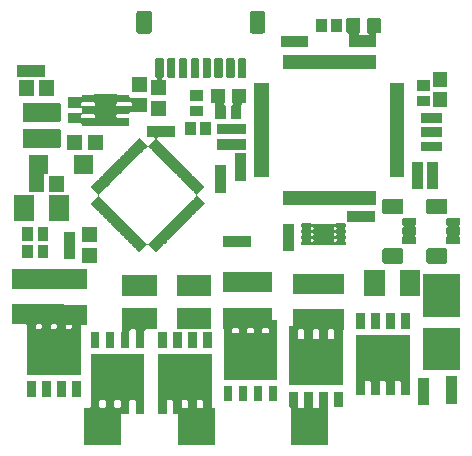
<source format=gts>
G04 #@! TF.GenerationSoftware,KiCad,Pcbnew,(5.1.2-1)-1*
G04 #@! TF.CreationDate,2019-08-23T13:21:54-04:00*
G04 #@! TF.ProjectId,PCB_V1.2,5043425f-5631-42e3-922e-6b696361645f,rev?*
G04 #@! TF.SameCoordinates,Original*
G04 #@! TF.FileFunction,Soldermask,Top*
G04 #@! TF.FilePolarity,Negative*
%FSLAX46Y46*%
G04 Gerber Fmt 4.6, Leading zero omitted, Abs format (unit mm)*
G04 Created by KiCad (PCBNEW (5.1.2-1)-1) date 2019-08-23 13:21:54*
%MOMM*%
%LPD*%
G04 APERTURE LIST*
%ADD10C,0.100000*%
G04 APERTURE END LIST*
D10*
G36*
X167726100Y-107303600D02*
G01*
X166776100Y-107303600D01*
X166776100Y-107853600D01*
X167726100Y-107853600D01*
X167726100Y-107303600D01*
G37*
G36*
X167726100Y-108303600D02*
G01*
X166776100Y-108303600D01*
X166776100Y-108853600D01*
X167726100Y-108853600D01*
X167726100Y-108303600D01*
G37*
G36*
X167726100Y-109303600D02*
G01*
X166776100Y-109303600D01*
X166776100Y-109853600D01*
X167726100Y-109853600D01*
X167726100Y-109303600D01*
G37*
G36*
X164826100Y-107303600D02*
G01*
X163876100Y-107303600D01*
X163876100Y-107853600D01*
X164826100Y-107853600D01*
X164826100Y-107303600D01*
G37*
G36*
X164826100Y-108303600D02*
G01*
X163876100Y-108303600D01*
X163876100Y-108853600D01*
X164826100Y-108853600D01*
X164826100Y-108303600D01*
G37*
G36*
X164826100Y-109303600D02*
G01*
X163876100Y-109303600D01*
X163876100Y-109853600D01*
X164826100Y-109853600D01*
X164826100Y-109303600D01*
G37*
G36*
X166651100Y-107278600D02*
G01*
X164951100Y-107278600D01*
X164951100Y-109878600D01*
X166651100Y-109878600D01*
X166651100Y-107278600D01*
G37*
G36*
X169077700Y-133212248D02*
G01*
X169075102Y-133220813D01*
X169072700Y-133245199D01*
X169072700Y-134275200D01*
X168339500Y-134275200D01*
X168339500Y-133245199D01*
X168337098Y-133220813D01*
X168329985Y-133197364D01*
X168318434Y-133175753D01*
X168302889Y-133156811D01*
X168283947Y-133141266D01*
X168262336Y-133129715D01*
X168238887Y-133122602D01*
X168214501Y-133120200D01*
X167927699Y-133120200D01*
X167903313Y-133122602D01*
X167879864Y-133129715D01*
X167858253Y-133141266D01*
X167839311Y-133156811D01*
X167823766Y-133175753D01*
X167812215Y-133197364D01*
X167805102Y-133220813D01*
X167802700Y-133245199D01*
X167802700Y-134275200D01*
X167200999Y-134275200D01*
X167176613Y-134277602D01*
X167153164Y-134284715D01*
X167131553Y-134296266D01*
X167112611Y-134311811D01*
X167097066Y-134330753D01*
X167085515Y-134352364D01*
X167078402Y-134375813D01*
X167076000Y-134400199D01*
X167076000Y-136876000D01*
X163974000Y-136876000D01*
X163974000Y-133774000D01*
X164404501Y-133774000D01*
X164428887Y-133771598D01*
X164452336Y-133764485D01*
X164473947Y-133752934D01*
X164492889Y-133737389D01*
X164508434Y-133718447D01*
X164519985Y-133696836D01*
X164527098Y-133673387D01*
X164529500Y-133649001D01*
X164529500Y-133245199D01*
X165262700Y-133245199D01*
X165262700Y-133649001D01*
X165265102Y-133673387D01*
X165272215Y-133696836D01*
X165283766Y-133718447D01*
X165299311Y-133737389D01*
X165318253Y-133752934D01*
X165339864Y-133764485D01*
X165363313Y-133771598D01*
X165387699Y-133774000D01*
X165674501Y-133774000D01*
X165698887Y-133771598D01*
X165722336Y-133764485D01*
X165743947Y-133752934D01*
X165762889Y-133737389D01*
X165778434Y-133718447D01*
X165789985Y-133696836D01*
X165797098Y-133673387D01*
X165799500Y-133649001D01*
X165799500Y-133245199D01*
X166532700Y-133245199D01*
X166532700Y-133649001D01*
X166535102Y-133673387D01*
X166542215Y-133696836D01*
X166553766Y-133718447D01*
X166569311Y-133737389D01*
X166588253Y-133752934D01*
X166609864Y-133764485D01*
X166633313Y-133771598D01*
X166657699Y-133774000D01*
X166944501Y-133774000D01*
X166968887Y-133771598D01*
X166992336Y-133764485D01*
X167013947Y-133752934D01*
X167032889Y-133737389D01*
X167048434Y-133718447D01*
X167059985Y-133696836D01*
X167067098Y-133673387D01*
X167069500Y-133649001D01*
X167069500Y-133245199D01*
X167067098Y-133220813D01*
X167059985Y-133197364D01*
X167048434Y-133175753D01*
X167032889Y-133156811D01*
X167013947Y-133141266D01*
X166992336Y-133129715D01*
X166968887Y-133122602D01*
X166944501Y-133120200D01*
X166657699Y-133120200D01*
X166633313Y-133122602D01*
X166609864Y-133129715D01*
X166588253Y-133141266D01*
X166569311Y-133156811D01*
X166553766Y-133175753D01*
X166542215Y-133197364D01*
X166535102Y-133220813D01*
X166532700Y-133245199D01*
X165799500Y-133245199D01*
X165797098Y-133220813D01*
X165789985Y-133197364D01*
X165778434Y-133175753D01*
X165762889Y-133156811D01*
X165743947Y-133141266D01*
X165722336Y-133129715D01*
X165698887Y-133122602D01*
X165674501Y-133120200D01*
X165387699Y-133120200D01*
X165363313Y-133122602D01*
X165339864Y-133129715D01*
X165318253Y-133141266D01*
X165299311Y-133156811D01*
X165283766Y-133175753D01*
X165272215Y-133197364D01*
X165265102Y-133220813D01*
X165262700Y-133245199D01*
X164529500Y-133245199D01*
X164527098Y-133220813D01*
X164524500Y-133212248D01*
X164524500Y-129217000D01*
X169077700Y-129217000D01*
X169077700Y-133212248D01*
X169077700Y-133212248D01*
G37*
G36*
X174777700Y-133212248D02*
G01*
X174775102Y-133220813D01*
X174772700Y-133245199D01*
X174772700Y-133649001D01*
X174775102Y-133673387D01*
X174782215Y-133696836D01*
X174793766Y-133718447D01*
X174809311Y-133737389D01*
X174828253Y-133752934D01*
X174849864Y-133764485D01*
X174873313Y-133771598D01*
X174897699Y-133774000D01*
X175026000Y-133774000D01*
X175026000Y-136876000D01*
X171924000Y-136876000D01*
X171924000Y-134400199D01*
X171921598Y-134375813D01*
X171914485Y-134352364D01*
X171902934Y-134330753D01*
X171887389Y-134311811D01*
X171868447Y-134296266D01*
X171846836Y-134284715D01*
X171823387Y-134277602D01*
X171799001Y-134275200D01*
X171499500Y-134275200D01*
X171499500Y-133245199D01*
X172232700Y-133245199D01*
X172232700Y-133649001D01*
X172235102Y-133673387D01*
X172242215Y-133696836D01*
X172253766Y-133718447D01*
X172269311Y-133737389D01*
X172288253Y-133752934D01*
X172309864Y-133764485D01*
X172333313Y-133771598D01*
X172357699Y-133774000D01*
X172644501Y-133774000D01*
X172668887Y-133771598D01*
X172692336Y-133764485D01*
X172713947Y-133752934D01*
X172732889Y-133737389D01*
X172748434Y-133718447D01*
X172759985Y-133696836D01*
X172767098Y-133673387D01*
X172769500Y-133649001D01*
X172769500Y-133245199D01*
X173502700Y-133245199D01*
X173502700Y-133649001D01*
X173505102Y-133673387D01*
X173512215Y-133696836D01*
X173523766Y-133718447D01*
X173539311Y-133737389D01*
X173558253Y-133752934D01*
X173579864Y-133764485D01*
X173603313Y-133771598D01*
X173627699Y-133774000D01*
X173914501Y-133774000D01*
X173938887Y-133771598D01*
X173962336Y-133764485D01*
X173983947Y-133752934D01*
X174002889Y-133737389D01*
X174018434Y-133718447D01*
X174029985Y-133696836D01*
X174037098Y-133673387D01*
X174039500Y-133649001D01*
X174039500Y-133245199D01*
X174037098Y-133220813D01*
X174029985Y-133197364D01*
X174018434Y-133175753D01*
X174002889Y-133156811D01*
X173983947Y-133141266D01*
X173962336Y-133129715D01*
X173938887Y-133122602D01*
X173914501Y-133120200D01*
X173627699Y-133120200D01*
X173603313Y-133122602D01*
X173579864Y-133129715D01*
X173558253Y-133141266D01*
X173539311Y-133156811D01*
X173523766Y-133175753D01*
X173512215Y-133197364D01*
X173505102Y-133220813D01*
X173502700Y-133245199D01*
X172769500Y-133245199D01*
X172767098Y-133220813D01*
X172759985Y-133197364D01*
X172748434Y-133175753D01*
X172732889Y-133156811D01*
X172713947Y-133141266D01*
X172692336Y-133129715D01*
X172668887Y-133122602D01*
X172644501Y-133120200D01*
X172357699Y-133120200D01*
X172333313Y-133122602D01*
X172309864Y-133129715D01*
X172288253Y-133141266D01*
X172269311Y-133156811D01*
X172253766Y-133175753D01*
X172242215Y-133197364D01*
X172235102Y-133220813D01*
X172232700Y-133245199D01*
X171499500Y-133245199D01*
X171497098Y-133220813D01*
X171489985Y-133197364D01*
X171478434Y-133175753D01*
X171462889Y-133156811D01*
X171443947Y-133141266D01*
X171422336Y-133129715D01*
X171398887Y-133122602D01*
X171374501Y-133120200D01*
X171087699Y-133120200D01*
X171063313Y-133122602D01*
X171039864Y-133129715D01*
X171018253Y-133141266D01*
X170999311Y-133156811D01*
X170983766Y-133175753D01*
X170972215Y-133197364D01*
X170965102Y-133220813D01*
X170962700Y-133245199D01*
X170962700Y-134275200D01*
X170229500Y-134275200D01*
X170229500Y-133245199D01*
X170227098Y-133220813D01*
X170224500Y-133212248D01*
X170224500Y-129217000D01*
X174777700Y-129217000D01*
X174777700Y-133212248D01*
X174777700Y-133212248D01*
G37*
G36*
X182062700Y-133649001D02*
G01*
X182065102Y-133673387D01*
X182072215Y-133696836D01*
X182083766Y-133718447D01*
X182099311Y-133737389D01*
X182118253Y-133752934D01*
X182139864Y-133764485D01*
X182163313Y-133771598D01*
X182187699Y-133774000D01*
X182474501Y-133774000D01*
X182498887Y-133771598D01*
X182522336Y-133764485D01*
X182543947Y-133752934D01*
X182562889Y-133737389D01*
X182578434Y-133718447D01*
X182589985Y-133696836D01*
X182597098Y-133673387D01*
X182599500Y-133649001D01*
X182599500Y-132392000D01*
X183332700Y-132392000D01*
X183332700Y-133649001D01*
X183335102Y-133673387D01*
X183342215Y-133696836D01*
X183353766Y-133718447D01*
X183369311Y-133737389D01*
X183388253Y-133752934D01*
X183409864Y-133764485D01*
X183433313Y-133771598D01*
X183457699Y-133774000D01*
X183744501Y-133774000D01*
X183768887Y-133771598D01*
X183792336Y-133764485D01*
X183813947Y-133752934D01*
X183832889Y-133737389D01*
X183848434Y-133718447D01*
X183859985Y-133696836D01*
X183867098Y-133673387D01*
X183869500Y-133649001D01*
X183869500Y-132392000D01*
X184602700Y-132392000D01*
X184602700Y-133832940D01*
X184601000Y-133850199D01*
X184601000Y-136876000D01*
X181499000Y-136876000D01*
X181499000Y-133850199D01*
X181496598Y-133825813D01*
X181489485Y-133802364D01*
X181477934Y-133780753D01*
X181462389Y-133761811D01*
X181443447Y-133746266D01*
X181421836Y-133734715D01*
X181398387Y-133727602D01*
X181374001Y-133725200D01*
X181329500Y-133725200D01*
X181329500Y-132392000D01*
X182062700Y-132392000D01*
X182062700Y-133649001D01*
X182062700Y-133649001D01*
G37*
G36*
X185872700Y-133725200D02*
G01*
X185139500Y-133725200D01*
X185139500Y-132392000D01*
X185872700Y-132392000D01*
X185872700Y-133725200D01*
X185872700Y-133725200D01*
G37*
G36*
X193146600Y-133539100D02*
G01*
X192203400Y-133539100D01*
X192203400Y-131210900D01*
X193146600Y-131210900D01*
X193146600Y-133539100D01*
X193146600Y-133539100D01*
G37*
G36*
X195521600Y-133439100D02*
G01*
X194578400Y-133439100D01*
X194578400Y-131110900D01*
X195521600Y-131110900D01*
X195521600Y-133439100D01*
X195521600Y-133439100D01*
G37*
G36*
X177782700Y-133225200D02*
G01*
X177049500Y-133225200D01*
X177049500Y-131892000D01*
X177782700Y-131892000D01*
X177782700Y-133225200D01*
X177782700Y-133225200D01*
G37*
G36*
X176512700Y-133225200D02*
G01*
X175779500Y-133225200D01*
X175779500Y-131892000D01*
X176512700Y-131892000D01*
X176512700Y-133225200D01*
X176512700Y-133225200D01*
G37*
G36*
X180322700Y-133225200D02*
G01*
X179589500Y-133225200D01*
X179589500Y-131892000D01*
X180322700Y-131892000D01*
X180322700Y-133225200D01*
X180322700Y-133225200D01*
G37*
G36*
X179052700Y-133225200D02*
G01*
X178319500Y-133225200D01*
X178319500Y-131892000D01*
X179052700Y-131892000D01*
X179052700Y-133225200D01*
X179052700Y-133225200D01*
G37*
G36*
X163672700Y-132825200D02*
G01*
X162939500Y-132825200D01*
X162939500Y-131492000D01*
X163672700Y-131492000D01*
X163672700Y-132825200D01*
X163672700Y-132825200D01*
G37*
G36*
X162402700Y-132825200D02*
G01*
X161669500Y-132825200D01*
X161669500Y-131492000D01*
X162402700Y-131492000D01*
X162402700Y-132825200D01*
X162402700Y-132825200D01*
G37*
G36*
X161132700Y-132825200D02*
G01*
X160399500Y-132825200D01*
X160399500Y-131492000D01*
X161132700Y-131492000D01*
X161132700Y-132825200D01*
X161132700Y-132825200D01*
G37*
G36*
X159862700Y-132825200D02*
G01*
X159129500Y-132825200D01*
X159129500Y-131492000D01*
X159862700Y-131492000D01*
X159862700Y-132825200D01*
X159862700Y-132825200D01*
G37*
G36*
X191526600Y-131593648D02*
G01*
X191524002Y-131602213D01*
X191521600Y-131626599D01*
X191521600Y-132656600D01*
X190788400Y-132656600D01*
X190788400Y-131626599D01*
X190785998Y-131602213D01*
X190778885Y-131578764D01*
X190767334Y-131557153D01*
X190751789Y-131538211D01*
X190732847Y-131522666D01*
X190711236Y-131511115D01*
X190687787Y-131504002D01*
X190663401Y-131501600D01*
X190376599Y-131501600D01*
X190352213Y-131504002D01*
X190328764Y-131511115D01*
X190307153Y-131522666D01*
X190288211Y-131538211D01*
X190272666Y-131557153D01*
X190261115Y-131578764D01*
X190254002Y-131602213D01*
X190251600Y-131626599D01*
X190251600Y-132656600D01*
X189518400Y-132656600D01*
X189518400Y-131626599D01*
X189515998Y-131602213D01*
X189508885Y-131578764D01*
X189497334Y-131557153D01*
X189481789Y-131538211D01*
X189462847Y-131522666D01*
X189441236Y-131511115D01*
X189417787Y-131504002D01*
X189393401Y-131501600D01*
X189106599Y-131501600D01*
X189082213Y-131504002D01*
X189058764Y-131511115D01*
X189037153Y-131522666D01*
X189018211Y-131538211D01*
X189002666Y-131557153D01*
X188991115Y-131578764D01*
X188984002Y-131602213D01*
X188981600Y-131626599D01*
X188981600Y-132656600D01*
X188248400Y-132656600D01*
X188248400Y-131626599D01*
X188245998Y-131602213D01*
X188238885Y-131578764D01*
X188227334Y-131557153D01*
X188211789Y-131538211D01*
X188192847Y-131522666D01*
X188171236Y-131511115D01*
X188147787Y-131504002D01*
X188123401Y-131501600D01*
X187836599Y-131501600D01*
X187812213Y-131504002D01*
X187788764Y-131511115D01*
X187767153Y-131522666D01*
X187748211Y-131538211D01*
X187732666Y-131557153D01*
X187721115Y-131578764D01*
X187714002Y-131602213D01*
X187711600Y-131626599D01*
X187711600Y-132656600D01*
X186978400Y-132656600D01*
X186978400Y-131626599D01*
X186975998Y-131602213D01*
X186973400Y-131593648D01*
X186973400Y-127598400D01*
X191526600Y-127598400D01*
X191526600Y-131593648D01*
X191526600Y-131593648D01*
G37*
G36*
X185992700Y-127130692D02*
G01*
X185973313Y-127132602D01*
X185949864Y-127139715D01*
X185928253Y-127151266D01*
X185909311Y-127166811D01*
X185893766Y-127185753D01*
X185882215Y-127207364D01*
X185875102Y-127230813D01*
X185872700Y-127255199D01*
X185872700Y-127842001D01*
X185875102Y-127866387D01*
X185877700Y-127874952D01*
X185877700Y-131870200D01*
X181324500Y-131870200D01*
X181324500Y-127874952D01*
X181327098Y-127866387D01*
X181329500Y-127842001D01*
X181329500Y-127255199D01*
X182062700Y-127255199D01*
X182062700Y-127842001D01*
X182065102Y-127866387D01*
X182072215Y-127889836D01*
X182083766Y-127911447D01*
X182099311Y-127930389D01*
X182118253Y-127945934D01*
X182139864Y-127957485D01*
X182163313Y-127964598D01*
X182187699Y-127967000D01*
X182474501Y-127967000D01*
X182498887Y-127964598D01*
X182522336Y-127957485D01*
X182543947Y-127945934D01*
X182562889Y-127930389D01*
X182578434Y-127911447D01*
X182589985Y-127889836D01*
X182597098Y-127866387D01*
X182599500Y-127842001D01*
X182599500Y-127255199D01*
X183332700Y-127255199D01*
X183332700Y-127842001D01*
X183335102Y-127866387D01*
X183342215Y-127889836D01*
X183353766Y-127911447D01*
X183369311Y-127930389D01*
X183388253Y-127945934D01*
X183409864Y-127957485D01*
X183433313Y-127964598D01*
X183457699Y-127967000D01*
X183744501Y-127967000D01*
X183768887Y-127964598D01*
X183792336Y-127957485D01*
X183813947Y-127945934D01*
X183832889Y-127930389D01*
X183848434Y-127911447D01*
X183859985Y-127889836D01*
X183867098Y-127866387D01*
X183869500Y-127842001D01*
X183869500Y-127255199D01*
X184602700Y-127255199D01*
X184602700Y-127842001D01*
X184605102Y-127866387D01*
X184612215Y-127889836D01*
X184623766Y-127911447D01*
X184639311Y-127930389D01*
X184658253Y-127945934D01*
X184679864Y-127957485D01*
X184703313Y-127964598D01*
X184727699Y-127967000D01*
X185014501Y-127967000D01*
X185038887Y-127964598D01*
X185062336Y-127957485D01*
X185083947Y-127945934D01*
X185102889Y-127930389D01*
X185118434Y-127911447D01*
X185129985Y-127889836D01*
X185137098Y-127866387D01*
X185139500Y-127842001D01*
X185139500Y-127255199D01*
X185137098Y-127230813D01*
X185129985Y-127207364D01*
X185118434Y-127185753D01*
X185102889Y-127166811D01*
X185083947Y-127151266D01*
X185062336Y-127139715D01*
X185038887Y-127132602D01*
X185014501Y-127130200D01*
X184727699Y-127130200D01*
X184703313Y-127132602D01*
X184679864Y-127139715D01*
X184658253Y-127151266D01*
X184639311Y-127166811D01*
X184623766Y-127185753D01*
X184612215Y-127207364D01*
X184605102Y-127230813D01*
X184602700Y-127255199D01*
X183869500Y-127255199D01*
X183867098Y-127230813D01*
X183859985Y-127207364D01*
X183848434Y-127185753D01*
X183832889Y-127166811D01*
X183813947Y-127151266D01*
X183792336Y-127139715D01*
X183768887Y-127132602D01*
X183744501Y-127130200D01*
X183457699Y-127130200D01*
X183433313Y-127132602D01*
X183409864Y-127139715D01*
X183388253Y-127151266D01*
X183369311Y-127166811D01*
X183353766Y-127185753D01*
X183342215Y-127207364D01*
X183335102Y-127230813D01*
X183332700Y-127255199D01*
X182599500Y-127255199D01*
X182597098Y-127230813D01*
X182589985Y-127207364D01*
X182578434Y-127185753D01*
X182562889Y-127166811D01*
X182543947Y-127151266D01*
X182522336Y-127139715D01*
X182498887Y-127132602D01*
X182474501Y-127130200D01*
X182187699Y-127130200D01*
X182163313Y-127132602D01*
X182139864Y-127139715D01*
X182118253Y-127151266D01*
X182099311Y-127166811D01*
X182083766Y-127185753D01*
X182072215Y-127207364D01*
X182065102Y-127230813D01*
X182062700Y-127255199D01*
X181329500Y-127255199D01*
X181329500Y-126812000D01*
X181564501Y-126812000D01*
X181588887Y-126809598D01*
X181612336Y-126802485D01*
X181633947Y-126790934D01*
X181652889Y-126775389D01*
X181668434Y-126756447D01*
X181679985Y-126734836D01*
X181687098Y-126711387D01*
X181689500Y-126687001D01*
X181689500Y-125427000D01*
X185992700Y-125427000D01*
X185992700Y-127130692D01*
X185992700Y-127130692D01*
G37*
G36*
X179872700Y-126187001D02*
G01*
X179875102Y-126211387D01*
X179882215Y-126234836D01*
X179893766Y-126256447D01*
X179909311Y-126275389D01*
X179928253Y-126290934D01*
X179949864Y-126302485D01*
X179973313Y-126309598D01*
X179997699Y-126312000D01*
X180322700Y-126312000D01*
X180322700Y-127342001D01*
X180325102Y-127366387D01*
X180327700Y-127374952D01*
X180327700Y-131370200D01*
X175774500Y-131370200D01*
X175774500Y-127374952D01*
X175777098Y-127366387D01*
X175779500Y-127342001D01*
X175779500Y-127105199D01*
X176512700Y-127105199D01*
X176512700Y-127342001D01*
X176515102Y-127366387D01*
X176522215Y-127389836D01*
X176533766Y-127411447D01*
X176549311Y-127430389D01*
X176568253Y-127445934D01*
X176589864Y-127457485D01*
X176613313Y-127464598D01*
X176637699Y-127467000D01*
X176924501Y-127467000D01*
X176948887Y-127464598D01*
X176972336Y-127457485D01*
X176993947Y-127445934D01*
X177012889Y-127430389D01*
X177028434Y-127411447D01*
X177039985Y-127389836D01*
X177047098Y-127366387D01*
X177049500Y-127342001D01*
X177049500Y-127105199D01*
X177782700Y-127105199D01*
X177782700Y-127342001D01*
X177785102Y-127366387D01*
X177792215Y-127389836D01*
X177803766Y-127411447D01*
X177819311Y-127430389D01*
X177838253Y-127445934D01*
X177859864Y-127457485D01*
X177883313Y-127464598D01*
X177907699Y-127467000D01*
X178194501Y-127467000D01*
X178218887Y-127464598D01*
X178242336Y-127457485D01*
X178263947Y-127445934D01*
X178282889Y-127430389D01*
X178298434Y-127411447D01*
X178309985Y-127389836D01*
X178317098Y-127366387D01*
X178319500Y-127342001D01*
X178319500Y-127105199D01*
X179052700Y-127105199D01*
X179052700Y-127342001D01*
X179055102Y-127366387D01*
X179062215Y-127389836D01*
X179073766Y-127411447D01*
X179089311Y-127430389D01*
X179108253Y-127445934D01*
X179129864Y-127457485D01*
X179153313Y-127464598D01*
X179177699Y-127467000D01*
X179464501Y-127467000D01*
X179488887Y-127464598D01*
X179512336Y-127457485D01*
X179533947Y-127445934D01*
X179552889Y-127430389D01*
X179568434Y-127411447D01*
X179579985Y-127389836D01*
X179587098Y-127366387D01*
X179589500Y-127342001D01*
X179589500Y-127105199D01*
X179587098Y-127080813D01*
X179579985Y-127057364D01*
X179568434Y-127035753D01*
X179552889Y-127016811D01*
X179533947Y-127001266D01*
X179512336Y-126989715D01*
X179488887Y-126982602D01*
X179464501Y-126980200D01*
X179177699Y-126980200D01*
X179153313Y-126982602D01*
X179129864Y-126989715D01*
X179108253Y-127001266D01*
X179089311Y-127016811D01*
X179073766Y-127035753D01*
X179062215Y-127057364D01*
X179055102Y-127080813D01*
X179052700Y-127105199D01*
X178319500Y-127105199D01*
X178317098Y-127080813D01*
X178309985Y-127057364D01*
X178298434Y-127035753D01*
X178282889Y-127016811D01*
X178263947Y-127001266D01*
X178242336Y-126989715D01*
X178218887Y-126982602D01*
X178194501Y-126980200D01*
X177907699Y-126980200D01*
X177883313Y-126982602D01*
X177859864Y-126989715D01*
X177838253Y-127001266D01*
X177819311Y-127016811D01*
X177803766Y-127035753D01*
X177792215Y-127057364D01*
X177785102Y-127080813D01*
X177782700Y-127105199D01*
X177049500Y-127105199D01*
X177047098Y-127080813D01*
X177039985Y-127057364D01*
X177028434Y-127035753D01*
X177012889Y-127016811D01*
X176993947Y-127001266D01*
X176972336Y-126989715D01*
X176948887Y-126982602D01*
X176924501Y-126980200D01*
X176637699Y-126980200D01*
X176613313Y-126982602D01*
X176589864Y-126989715D01*
X176568253Y-127001266D01*
X176549311Y-127016811D01*
X176533766Y-127035753D01*
X176522215Y-127057364D01*
X176515102Y-127080813D01*
X176512700Y-127105199D01*
X175779500Y-127105199D01*
X175777098Y-127080813D01*
X175769985Y-127057364D01*
X175758434Y-127035753D01*
X175742889Y-127016811D01*
X175729500Y-127005823D01*
X175729500Y-125277000D01*
X179872700Y-125277000D01*
X179872700Y-126187001D01*
X179872700Y-126187001D01*
G37*
G36*
X160107153Y-124977334D02*
G01*
X160128764Y-124988885D01*
X160152213Y-124995998D01*
X160176599Y-124998400D01*
X162202359Y-124998400D01*
X162207153Y-125002334D01*
X162228764Y-125013885D01*
X162252213Y-125020998D01*
X162276599Y-125023400D01*
X164176600Y-125023400D01*
X164176600Y-126726600D01*
X163797699Y-126726600D01*
X163773313Y-126729002D01*
X163749864Y-126736115D01*
X163728253Y-126747666D01*
X163709311Y-126763211D01*
X163693766Y-126782153D01*
X163682215Y-126803764D01*
X163675102Y-126827213D01*
X163672700Y-126851599D01*
X163672700Y-126942001D01*
X163675102Y-126966387D01*
X163677700Y-126974952D01*
X163677700Y-130970200D01*
X159124500Y-130970200D01*
X159124500Y-126974952D01*
X159127098Y-126966387D01*
X159129500Y-126942001D01*
X159129500Y-126826599D01*
X159862700Y-126826599D01*
X159862700Y-126942001D01*
X159865102Y-126966387D01*
X159872215Y-126989836D01*
X159883766Y-127011447D01*
X159899311Y-127030389D01*
X159918253Y-127045934D01*
X159939864Y-127057485D01*
X159963313Y-127064598D01*
X159987699Y-127067000D01*
X160274501Y-127067000D01*
X160298887Y-127064598D01*
X160322336Y-127057485D01*
X160343947Y-127045934D01*
X160362889Y-127030389D01*
X160378434Y-127011447D01*
X160389985Y-126989836D01*
X160397098Y-126966387D01*
X160399500Y-126942001D01*
X160399500Y-126826599D01*
X161132700Y-126826599D01*
X161132700Y-126942001D01*
X161135102Y-126966387D01*
X161142215Y-126989836D01*
X161153766Y-127011447D01*
X161169311Y-127030389D01*
X161188253Y-127045934D01*
X161209864Y-127057485D01*
X161233313Y-127064598D01*
X161257699Y-127067000D01*
X161544501Y-127067000D01*
X161568887Y-127064598D01*
X161592336Y-127057485D01*
X161613947Y-127045934D01*
X161632889Y-127030389D01*
X161648434Y-127011447D01*
X161659985Y-126989836D01*
X161667098Y-126966387D01*
X161669500Y-126942001D01*
X161669500Y-126851599D01*
X162402700Y-126851599D01*
X162402700Y-126942001D01*
X162405102Y-126966387D01*
X162412215Y-126989836D01*
X162423766Y-127011447D01*
X162439311Y-127030389D01*
X162458253Y-127045934D01*
X162479864Y-127057485D01*
X162503313Y-127064598D01*
X162527699Y-127067000D01*
X162814501Y-127067000D01*
X162838887Y-127064598D01*
X162862336Y-127057485D01*
X162883947Y-127045934D01*
X162902889Y-127030389D01*
X162918434Y-127011447D01*
X162929985Y-126989836D01*
X162937098Y-126966387D01*
X162939500Y-126942001D01*
X162939500Y-126851599D01*
X162937098Y-126827213D01*
X162929985Y-126803764D01*
X162918434Y-126782153D01*
X162902889Y-126763211D01*
X162883947Y-126747666D01*
X162862336Y-126736115D01*
X162838887Y-126729002D01*
X162814501Y-126726600D01*
X162527699Y-126726600D01*
X162503313Y-126729002D01*
X162479864Y-126736115D01*
X162458253Y-126747666D01*
X162439311Y-126763211D01*
X162423766Y-126782153D01*
X162412215Y-126803764D01*
X162405102Y-126827213D01*
X162402700Y-126851599D01*
X161669500Y-126851599D01*
X161669500Y-126826599D01*
X161667098Y-126802213D01*
X161659985Y-126778764D01*
X161648434Y-126757153D01*
X161632889Y-126738211D01*
X161613947Y-126722666D01*
X161592336Y-126711115D01*
X161568887Y-126704002D01*
X161544501Y-126701600D01*
X161257699Y-126701600D01*
X161233313Y-126704002D01*
X161209864Y-126711115D01*
X161188253Y-126722666D01*
X161169311Y-126738211D01*
X161153766Y-126757153D01*
X161142215Y-126778764D01*
X161135102Y-126802213D01*
X161132700Y-126826599D01*
X160399500Y-126826599D01*
X160397098Y-126802213D01*
X160389985Y-126778764D01*
X160378434Y-126757153D01*
X160362889Y-126738211D01*
X160343947Y-126722666D01*
X160322336Y-126711115D01*
X160298887Y-126704002D01*
X160274501Y-126701600D01*
X159987699Y-126701600D01*
X159963313Y-126704002D01*
X159939864Y-126711115D01*
X159918253Y-126722666D01*
X159899311Y-126738211D01*
X159883766Y-126757153D01*
X159872215Y-126778764D01*
X159865102Y-126802213D01*
X159862700Y-126826599D01*
X159129500Y-126826599D01*
X159129500Y-126801599D01*
X159127098Y-126777213D01*
X159119985Y-126753764D01*
X159108434Y-126732153D01*
X159092889Y-126713211D01*
X159073947Y-126697666D01*
X159052336Y-126686115D01*
X159028887Y-126679002D01*
X159004501Y-126676600D01*
X157848400Y-126676600D01*
X157848400Y-124973400D01*
X160102359Y-124973400D01*
X160107153Y-124977334D01*
X160107153Y-124977334D01*
G37*
G36*
X195776000Y-130601000D02*
G01*
X192674000Y-130601000D01*
X192674000Y-126999000D01*
X195776000Y-126999000D01*
X195776000Y-130601000D01*
X195776000Y-130601000D01*
G37*
G36*
X172232700Y-128695200D02*
G01*
X171499500Y-128695200D01*
X171499500Y-127362000D01*
X172232700Y-127362000D01*
X172232700Y-128695200D01*
X172232700Y-128695200D01*
G37*
G36*
X174772700Y-128695200D02*
G01*
X174039500Y-128695200D01*
X174039500Y-127362000D01*
X174772700Y-127362000D01*
X174772700Y-128695200D01*
X174772700Y-128695200D01*
G37*
G36*
X170237699Y-127362000D02*
G01*
X170962700Y-127362000D01*
X170962700Y-128695200D01*
X170229500Y-128695200D01*
X170229500Y-127361192D01*
X170237699Y-127362000D01*
X170237699Y-127362000D01*
G37*
G36*
X170112700Y-127131008D02*
G01*
X170104501Y-127130200D01*
X169197699Y-127130200D01*
X169173313Y-127132602D01*
X169149864Y-127139715D01*
X169128253Y-127151266D01*
X169109311Y-127166811D01*
X169093766Y-127185753D01*
X169082215Y-127207364D01*
X169075102Y-127230813D01*
X169072700Y-127255199D01*
X169072700Y-128695200D01*
X168339500Y-128695200D01*
X168339500Y-127255199D01*
X168337098Y-127230813D01*
X168329985Y-127207364D01*
X168318434Y-127185753D01*
X168302889Y-127166811D01*
X168283947Y-127151266D01*
X168262336Y-127139715D01*
X168238887Y-127132602D01*
X168214501Y-127130200D01*
X167927699Y-127130200D01*
X167903313Y-127132602D01*
X167879864Y-127139715D01*
X167858253Y-127151266D01*
X167839311Y-127166811D01*
X167823766Y-127185753D01*
X167812215Y-127207364D01*
X167805102Y-127230813D01*
X167802700Y-127255199D01*
X167802700Y-128695200D01*
X167069500Y-128695200D01*
X167069500Y-127362000D01*
X167084501Y-127362000D01*
X167108887Y-127359598D01*
X167132336Y-127352485D01*
X167153947Y-127340934D01*
X167172889Y-127325389D01*
X167188434Y-127306447D01*
X167199985Y-127284836D01*
X167207098Y-127261387D01*
X167209500Y-127237001D01*
X167209500Y-125327000D01*
X170112700Y-125327000D01*
X170112700Y-127131008D01*
X170112700Y-127131008D01*
G37*
G36*
X165262700Y-128695200D02*
G01*
X164529500Y-128695200D01*
X164529500Y-127362000D01*
X165262700Y-127362000D01*
X165262700Y-128695200D01*
X165262700Y-128695200D01*
G37*
G36*
X166532700Y-128695200D02*
G01*
X165799500Y-128695200D01*
X165799500Y-127362000D01*
X166532700Y-127362000D01*
X166532700Y-128695200D01*
X166532700Y-128695200D01*
G37*
G36*
X173502700Y-128695200D02*
G01*
X172769500Y-128695200D01*
X172769500Y-127362000D01*
X173502700Y-127362000D01*
X173502700Y-128695200D01*
X173502700Y-128695200D01*
G37*
G36*
X174712700Y-127110200D02*
G01*
X171809500Y-127110200D01*
X171809500Y-125307000D01*
X174712700Y-125307000D01*
X174712700Y-127110200D01*
X174712700Y-127110200D01*
G37*
G36*
X187711600Y-127076600D02*
G01*
X186978400Y-127076600D01*
X186978400Y-125743400D01*
X187711600Y-125743400D01*
X187711600Y-127076600D01*
X187711600Y-127076600D01*
G37*
G36*
X188981600Y-127076600D02*
G01*
X188248400Y-127076600D01*
X188248400Y-125743400D01*
X188981600Y-125743400D01*
X188981600Y-127076600D01*
X188981600Y-127076600D01*
G37*
G36*
X191521600Y-127076600D02*
G01*
X190788400Y-127076600D01*
X190788400Y-125743400D01*
X191521600Y-125743400D01*
X191521600Y-127076600D01*
X191521600Y-127076600D01*
G37*
G36*
X190251600Y-127076600D02*
G01*
X189518400Y-127076600D01*
X189518400Y-125743400D01*
X190251600Y-125743400D01*
X190251600Y-127076600D01*
X190251600Y-127076600D01*
G37*
G36*
X195801000Y-126076000D02*
G01*
X192699000Y-126076000D01*
X192699000Y-122474000D01*
X195801000Y-122474000D01*
X195801000Y-126076000D01*
X195801000Y-126076000D01*
G37*
G36*
X170112700Y-124330200D02*
G01*
X167209500Y-124330200D01*
X167209500Y-122527000D01*
X170112700Y-122527000D01*
X170112700Y-124330200D01*
X170112700Y-124330200D01*
G37*
G36*
X189401600Y-124326600D02*
G01*
X187698400Y-124326600D01*
X187698400Y-122123400D01*
X189401600Y-122123400D01*
X189401600Y-124326600D01*
X189401600Y-124326600D01*
G37*
G36*
X192401600Y-124326600D02*
G01*
X190698400Y-124326600D01*
X190698400Y-122123400D01*
X192401600Y-122123400D01*
X192401600Y-124326600D01*
X192401600Y-124326600D01*
G37*
G36*
X174712700Y-124310200D02*
G01*
X171809500Y-124310200D01*
X171809500Y-122507000D01*
X174712700Y-122507000D01*
X174712700Y-124310200D01*
X174712700Y-124310200D01*
G37*
G36*
X185992700Y-124130200D02*
G01*
X181689500Y-124130200D01*
X181689500Y-122427000D01*
X185992700Y-122427000D01*
X185992700Y-124130200D01*
X185992700Y-124130200D01*
G37*
G36*
X179872700Y-123980200D02*
G01*
X175729500Y-123980200D01*
X175729500Y-122277000D01*
X179872700Y-122277000D01*
X179872700Y-123980200D01*
X179872700Y-123980200D01*
G37*
G36*
X160107153Y-121977334D02*
G01*
X160128764Y-121988885D01*
X160152213Y-121995998D01*
X160176599Y-121998400D01*
X162202359Y-121998400D01*
X162207153Y-122002334D01*
X162228764Y-122013885D01*
X162252213Y-122020998D01*
X162276599Y-122023400D01*
X164176600Y-122023400D01*
X164176600Y-123726600D01*
X161922641Y-123726600D01*
X161917847Y-123722666D01*
X161896236Y-123711115D01*
X161872787Y-123704002D01*
X161848401Y-123701600D01*
X159897641Y-123701600D01*
X159892847Y-123697666D01*
X159871236Y-123686115D01*
X159847787Y-123679002D01*
X159823401Y-123676600D01*
X157848400Y-123676600D01*
X157848400Y-121973400D01*
X160102359Y-121973400D01*
X160107153Y-121977334D01*
X160107153Y-121977334D01*
G37*
G36*
X194566242Y-120253404D02*
G01*
X194603337Y-120264657D01*
X194637515Y-120282925D01*
X194667481Y-120307519D01*
X194692075Y-120337485D01*
X194710343Y-120371663D01*
X194721596Y-120408758D01*
X194726000Y-120453474D01*
X194726000Y-121346526D01*
X194721596Y-121391242D01*
X194710343Y-121428337D01*
X194692075Y-121462515D01*
X194667481Y-121492481D01*
X194637515Y-121517075D01*
X194603337Y-121535343D01*
X194566242Y-121546596D01*
X194521526Y-121551000D01*
X193128474Y-121551000D01*
X193083758Y-121546596D01*
X193046663Y-121535343D01*
X193012485Y-121517075D01*
X192982519Y-121492481D01*
X192957925Y-121462515D01*
X192939657Y-121428337D01*
X192928404Y-121391242D01*
X192924000Y-121346526D01*
X192924000Y-120453474D01*
X192928404Y-120408758D01*
X192939657Y-120371663D01*
X192957925Y-120337485D01*
X192982519Y-120307519D01*
X193012485Y-120282925D01*
X193046663Y-120264657D01*
X193083758Y-120253404D01*
X193128474Y-120249000D01*
X194521526Y-120249000D01*
X194566242Y-120253404D01*
X194566242Y-120253404D01*
G37*
G36*
X190841242Y-120253404D02*
G01*
X190878337Y-120264657D01*
X190912515Y-120282925D01*
X190942481Y-120307519D01*
X190967075Y-120337485D01*
X190985343Y-120371663D01*
X190996596Y-120408758D01*
X191001000Y-120453474D01*
X191001000Y-121346526D01*
X190996596Y-121391242D01*
X190985343Y-121428337D01*
X190967075Y-121462515D01*
X190942481Y-121492481D01*
X190912515Y-121517075D01*
X190878337Y-121535343D01*
X190841242Y-121546596D01*
X190796526Y-121551000D01*
X189403474Y-121551000D01*
X189358758Y-121546596D01*
X189321663Y-121535343D01*
X189287485Y-121517075D01*
X189257519Y-121492481D01*
X189232925Y-121462515D01*
X189214657Y-121428337D01*
X189203404Y-121391242D01*
X189199000Y-121346526D01*
X189199000Y-120453474D01*
X189203404Y-120408758D01*
X189214657Y-120371663D01*
X189232925Y-120337485D01*
X189257519Y-120307519D01*
X189287485Y-120282925D01*
X189321663Y-120264657D01*
X189358758Y-120253404D01*
X189403474Y-120249000D01*
X190796526Y-120249000D01*
X190841242Y-120253404D01*
X190841242Y-120253404D01*
G37*
G36*
X165032700Y-121480200D02*
G01*
X163749500Y-121480200D01*
X163749500Y-120227000D01*
X165032700Y-120227000D01*
X165032700Y-121480200D01*
X165032700Y-121480200D01*
G37*
G36*
X163202700Y-121202700D02*
G01*
X162259500Y-121202700D01*
X162259500Y-118874500D01*
X163202700Y-118874500D01*
X163202700Y-121202700D01*
X163202700Y-121202700D01*
G37*
G36*
X159626600Y-121076600D02*
G01*
X158723400Y-121076600D01*
X158723400Y-119973400D01*
X159626600Y-119973400D01*
X159626600Y-121076600D01*
X159626600Y-121076600D01*
G37*
G36*
X160926600Y-121076600D02*
G01*
X160023400Y-121076600D01*
X160023400Y-119973400D01*
X160926600Y-119973400D01*
X160926600Y-121076600D01*
X160926600Y-121076600D01*
G37*
G36*
X171645200Y-110850200D02*
G01*
X170266677Y-110850200D01*
X170242291Y-110852602D01*
X170218842Y-110859715D01*
X170197231Y-110871266D01*
X170178289Y-110886811D01*
X170162744Y-110905753D01*
X170151193Y-110927364D01*
X170144080Y-110950813D01*
X170141678Y-110975199D01*
X170144080Y-110999585D01*
X170151193Y-111023034D01*
X170162744Y-111044645D01*
X170178289Y-111063587D01*
X170274738Y-111160036D01*
X170281746Y-111168575D01*
X170284045Y-111172877D01*
X170285463Y-111177551D01*
X170286271Y-111185753D01*
X170291052Y-111209787D01*
X170300430Y-111232425D01*
X170314045Y-111252799D01*
X170331372Y-111270126D01*
X170351747Y-111283739D01*
X170374386Y-111293116D01*
X170398413Y-111297895D01*
X170406615Y-111298703D01*
X170411289Y-111300121D01*
X170415591Y-111302420D01*
X170424130Y-111309428D01*
X170628291Y-111513589D01*
X170635299Y-111522128D01*
X170637598Y-111526430D01*
X170639016Y-111531104D01*
X170639824Y-111539307D01*
X170644605Y-111563340D01*
X170653983Y-111585979D01*
X170667597Y-111606353D01*
X170684925Y-111623679D01*
X170705299Y-111637293D01*
X170727938Y-111646669D01*
X170751966Y-111651449D01*
X170760169Y-111652257D01*
X170764843Y-111653675D01*
X170769145Y-111655974D01*
X170777684Y-111662982D01*
X170981845Y-111867143D01*
X170988853Y-111875682D01*
X170991152Y-111879984D01*
X170992570Y-111884658D01*
X170993378Y-111892860D01*
X170998159Y-111916894D01*
X171007537Y-111939532D01*
X171021152Y-111959906D01*
X171038479Y-111977233D01*
X171058854Y-111990846D01*
X171081493Y-112000223D01*
X171105520Y-112005002D01*
X171113722Y-112005810D01*
X171118396Y-112007228D01*
X171122698Y-112009527D01*
X171131237Y-112016535D01*
X171335398Y-112220696D01*
X171342406Y-112229235D01*
X171344705Y-112233537D01*
X171346123Y-112238211D01*
X171346931Y-112246413D01*
X171351712Y-112270447D01*
X171361090Y-112293085D01*
X171374705Y-112313459D01*
X171392032Y-112330786D01*
X171412407Y-112344399D01*
X171435046Y-112353776D01*
X171459073Y-112358555D01*
X171467275Y-112359363D01*
X171471949Y-112360781D01*
X171476251Y-112363080D01*
X171484790Y-112370088D01*
X171688951Y-112574249D01*
X171695959Y-112582788D01*
X171698258Y-112587090D01*
X171699676Y-112591764D01*
X171700484Y-112599967D01*
X171705265Y-112624000D01*
X171714643Y-112646639D01*
X171728257Y-112667013D01*
X171745585Y-112684339D01*
X171765959Y-112697953D01*
X171788598Y-112707329D01*
X171812626Y-112712109D01*
X171820829Y-112712917D01*
X171825503Y-112714335D01*
X171829805Y-112716634D01*
X171838344Y-112723642D01*
X172042505Y-112927803D01*
X172049513Y-112936342D01*
X172051812Y-112940644D01*
X172053230Y-112945318D01*
X172054038Y-112953520D01*
X172058819Y-112977554D01*
X172068197Y-113000192D01*
X172081812Y-113020566D01*
X172099139Y-113037893D01*
X172119514Y-113051506D01*
X172142153Y-113060883D01*
X172166180Y-113065662D01*
X172174382Y-113066470D01*
X172179056Y-113067888D01*
X172183358Y-113070187D01*
X172191897Y-113077195D01*
X172396058Y-113281356D01*
X172403066Y-113289895D01*
X172405365Y-113294197D01*
X172406783Y-113298871D01*
X172407591Y-113307074D01*
X172412372Y-113331107D01*
X172421750Y-113353746D01*
X172435364Y-113374120D01*
X172452692Y-113391446D01*
X172473066Y-113405060D01*
X172495705Y-113414436D01*
X172519733Y-113419216D01*
X172527936Y-113420024D01*
X172532610Y-113421442D01*
X172536912Y-113423741D01*
X172545451Y-113430749D01*
X172749612Y-113634910D01*
X172756620Y-113643449D01*
X172758919Y-113647751D01*
X172760337Y-113652425D01*
X172761145Y-113660627D01*
X172765926Y-113684661D01*
X172775304Y-113707299D01*
X172788919Y-113727673D01*
X172806246Y-113745000D01*
X172826621Y-113758613D01*
X172849260Y-113767990D01*
X172873287Y-113772769D01*
X172881489Y-113773577D01*
X172886163Y-113774995D01*
X172890465Y-113777294D01*
X172899004Y-113784302D01*
X173103165Y-113988463D01*
X173110173Y-113997002D01*
X173112472Y-114001304D01*
X173113890Y-114005978D01*
X173114698Y-114014180D01*
X173119479Y-114038214D01*
X173128857Y-114060852D01*
X173142472Y-114081226D01*
X173159799Y-114098553D01*
X173180174Y-114112166D01*
X173202813Y-114121543D01*
X173226840Y-114126322D01*
X173235042Y-114127130D01*
X173239716Y-114128548D01*
X173244018Y-114130847D01*
X173252557Y-114137855D01*
X173456718Y-114342016D01*
X173463726Y-114350555D01*
X173466025Y-114354857D01*
X173467443Y-114359531D01*
X173468251Y-114367734D01*
X173473032Y-114391767D01*
X173482410Y-114414406D01*
X173496024Y-114434780D01*
X173513352Y-114452106D01*
X173533726Y-114465720D01*
X173556365Y-114475096D01*
X173580393Y-114479876D01*
X173588596Y-114480684D01*
X173593270Y-114482102D01*
X173597572Y-114484401D01*
X173606111Y-114491409D01*
X173810272Y-114695570D01*
X173817280Y-114704109D01*
X173819579Y-114708411D01*
X173820997Y-114713085D01*
X173821805Y-114721287D01*
X173826586Y-114745321D01*
X173835964Y-114767959D01*
X173849579Y-114788333D01*
X173866906Y-114805660D01*
X173887281Y-114819273D01*
X173909920Y-114828650D01*
X173933947Y-114833429D01*
X173942149Y-114834237D01*
X173946823Y-114835655D01*
X173951125Y-114837954D01*
X173959664Y-114844962D01*
X174163825Y-115049123D01*
X174170833Y-115057662D01*
X174173132Y-115061964D01*
X174174550Y-115066638D01*
X174175028Y-115071493D01*
X174174550Y-115076348D01*
X174173132Y-115081022D01*
X174170833Y-115085324D01*
X174163825Y-115093863D01*
X173567476Y-115690212D01*
X173551931Y-115709154D01*
X173540380Y-115730765D01*
X173533267Y-115754214D01*
X173530865Y-115778600D01*
X173533267Y-115802986D01*
X173540380Y-115826435D01*
X173551931Y-115848046D01*
X173567476Y-115866988D01*
X174163825Y-116463337D01*
X174170833Y-116471876D01*
X174173132Y-116476178D01*
X174174550Y-116480852D01*
X174175028Y-116485707D01*
X174174550Y-116490562D01*
X174173132Y-116495236D01*
X174170833Y-116499538D01*
X174163825Y-116508077D01*
X173959664Y-116712238D01*
X173951125Y-116719246D01*
X173946823Y-116721545D01*
X173942149Y-116722963D01*
X173933947Y-116723771D01*
X173909913Y-116728552D01*
X173887275Y-116737930D01*
X173866901Y-116751545D01*
X173849574Y-116768872D01*
X173835961Y-116789247D01*
X173826584Y-116811886D01*
X173821805Y-116835913D01*
X173820997Y-116844115D01*
X173819579Y-116848789D01*
X173817280Y-116853091D01*
X173810272Y-116861630D01*
X173606111Y-117065791D01*
X173597572Y-117072799D01*
X173593270Y-117075098D01*
X173588596Y-117076516D01*
X173580393Y-117077324D01*
X173556360Y-117082105D01*
X173533721Y-117091483D01*
X173513347Y-117105097D01*
X173496021Y-117122425D01*
X173482407Y-117142799D01*
X173473031Y-117165438D01*
X173468251Y-117189466D01*
X173467443Y-117197669D01*
X173466025Y-117202343D01*
X173463726Y-117206645D01*
X173456718Y-117215184D01*
X173252557Y-117419345D01*
X173244018Y-117426353D01*
X173239716Y-117428652D01*
X173235042Y-117430070D01*
X173226840Y-117430878D01*
X173202806Y-117435659D01*
X173180168Y-117445037D01*
X173159794Y-117458652D01*
X173142467Y-117475979D01*
X173128854Y-117496354D01*
X173119477Y-117518993D01*
X173114698Y-117543020D01*
X173113890Y-117551222D01*
X173112472Y-117555896D01*
X173110173Y-117560198D01*
X173103165Y-117568737D01*
X172899004Y-117772898D01*
X172890465Y-117779906D01*
X172886163Y-117782205D01*
X172881489Y-117783623D01*
X172873287Y-117784431D01*
X172849253Y-117789212D01*
X172826615Y-117798590D01*
X172806241Y-117812205D01*
X172788914Y-117829532D01*
X172775301Y-117849907D01*
X172765924Y-117872546D01*
X172761145Y-117896573D01*
X172760337Y-117904775D01*
X172758919Y-117909449D01*
X172756620Y-117913751D01*
X172749612Y-117922290D01*
X172545451Y-118126451D01*
X172536912Y-118133459D01*
X172532610Y-118135758D01*
X172527936Y-118137176D01*
X172519733Y-118137984D01*
X172495700Y-118142765D01*
X172473061Y-118152143D01*
X172452687Y-118165757D01*
X172435361Y-118183085D01*
X172421747Y-118203459D01*
X172412371Y-118226098D01*
X172407591Y-118250126D01*
X172406783Y-118258329D01*
X172405365Y-118263003D01*
X172403066Y-118267305D01*
X172396058Y-118275844D01*
X172191897Y-118480005D01*
X172183358Y-118487013D01*
X172179056Y-118489312D01*
X172174382Y-118490730D01*
X172166180Y-118491538D01*
X172142146Y-118496319D01*
X172119508Y-118505697D01*
X172099134Y-118519312D01*
X172081807Y-118536639D01*
X172068194Y-118557014D01*
X172058817Y-118579653D01*
X172054038Y-118603680D01*
X172053230Y-118611882D01*
X172051812Y-118616556D01*
X172049513Y-118620858D01*
X172042505Y-118629397D01*
X171838344Y-118833558D01*
X171829805Y-118840566D01*
X171825503Y-118842865D01*
X171820829Y-118844283D01*
X171812626Y-118845091D01*
X171788593Y-118849872D01*
X171765954Y-118859250D01*
X171745580Y-118872864D01*
X171728254Y-118890192D01*
X171714640Y-118910566D01*
X171705264Y-118933205D01*
X171700484Y-118957233D01*
X171699676Y-118965436D01*
X171698258Y-118970110D01*
X171695959Y-118974412D01*
X171688951Y-118982951D01*
X171484790Y-119187112D01*
X171476251Y-119194120D01*
X171471949Y-119196419D01*
X171467275Y-119197837D01*
X171459073Y-119198645D01*
X171435039Y-119203426D01*
X171412401Y-119212804D01*
X171392027Y-119226419D01*
X171374700Y-119243746D01*
X171361087Y-119264121D01*
X171351710Y-119286760D01*
X171346931Y-119310787D01*
X171346123Y-119318989D01*
X171344705Y-119323663D01*
X171342406Y-119327965D01*
X171335398Y-119336504D01*
X171131237Y-119540665D01*
X171122698Y-119547673D01*
X171118396Y-119549972D01*
X171113722Y-119551390D01*
X171105520Y-119552198D01*
X171081486Y-119556979D01*
X171058848Y-119566357D01*
X171038474Y-119579972D01*
X171021147Y-119597299D01*
X171007534Y-119617674D01*
X170998157Y-119640313D01*
X170993378Y-119664340D01*
X170992570Y-119672542D01*
X170991152Y-119677216D01*
X170988853Y-119681518D01*
X170981845Y-119690057D01*
X170777684Y-119894218D01*
X170769145Y-119901226D01*
X170764843Y-119903525D01*
X170760169Y-119904943D01*
X170751966Y-119905751D01*
X170727933Y-119910532D01*
X170705294Y-119919910D01*
X170684920Y-119933524D01*
X170667594Y-119950852D01*
X170653980Y-119971226D01*
X170644604Y-119993865D01*
X170639824Y-120017893D01*
X170639016Y-120026096D01*
X170637598Y-120030770D01*
X170635299Y-120035072D01*
X170628291Y-120043611D01*
X170424130Y-120247772D01*
X170415591Y-120254780D01*
X170411289Y-120257079D01*
X170406615Y-120258497D01*
X170398413Y-120259305D01*
X170374379Y-120264086D01*
X170351741Y-120273464D01*
X170331367Y-120287079D01*
X170314040Y-120304406D01*
X170300427Y-120324781D01*
X170291050Y-120347420D01*
X170286271Y-120371447D01*
X170285463Y-120379649D01*
X170284045Y-120384323D01*
X170281746Y-120388625D01*
X170274738Y-120397164D01*
X170070577Y-120601325D01*
X170062038Y-120608333D01*
X170057736Y-120610632D01*
X170053062Y-120612050D01*
X170048207Y-120612528D01*
X170043352Y-120612050D01*
X170038678Y-120610632D01*
X170034376Y-120608333D01*
X170025837Y-120601325D01*
X169429488Y-120004976D01*
X169410546Y-119989431D01*
X169388935Y-119977880D01*
X169365486Y-119970767D01*
X169341100Y-119968365D01*
X169316714Y-119970767D01*
X169293265Y-119977880D01*
X169271654Y-119989431D01*
X169252712Y-120004976D01*
X168656363Y-120601325D01*
X168647824Y-120608333D01*
X168643522Y-120610632D01*
X168638848Y-120612050D01*
X168633993Y-120612528D01*
X168629138Y-120612050D01*
X168624464Y-120610632D01*
X168620162Y-120608333D01*
X168611623Y-120601325D01*
X168407462Y-120397164D01*
X168400454Y-120388625D01*
X168398155Y-120384323D01*
X168396737Y-120379649D01*
X168395929Y-120371447D01*
X168391148Y-120347413D01*
X168381770Y-120324775D01*
X168368155Y-120304401D01*
X168350828Y-120287074D01*
X168330453Y-120273461D01*
X168307814Y-120264084D01*
X168283787Y-120259305D01*
X168275585Y-120258497D01*
X168270911Y-120257079D01*
X168266609Y-120254780D01*
X168258070Y-120247772D01*
X168053909Y-120043611D01*
X168046901Y-120035072D01*
X168044602Y-120030770D01*
X168043184Y-120026096D01*
X168042376Y-120017893D01*
X168037595Y-119993860D01*
X168028217Y-119971221D01*
X168014603Y-119950847D01*
X167997275Y-119933521D01*
X167976901Y-119919907D01*
X167954262Y-119910531D01*
X167930234Y-119905751D01*
X167922031Y-119904943D01*
X167917357Y-119903525D01*
X167913055Y-119901226D01*
X167904516Y-119894218D01*
X167700355Y-119690057D01*
X167693347Y-119681518D01*
X167691048Y-119677216D01*
X167689630Y-119672542D01*
X167688822Y-119664340D01*
X167684041Y-119640306D01*
X167674663Y-119617668D01*
X167661048Y-119597294D01*
X167643721Y-119579967D01*
X167623346Y-119566354D01*
X167600707Y-119556977D01*
X167576680Y-119552198D01*
X167568478Y-119551390D01*
X167563804Y-119549972D01*
X167559502Y-119547673D01*
X167550963Y-119540665D01*
X167346802Y-119336504D01*
X167339794Y-119327965D01*
X167337495Y-119323663D01*
X167336077Y-119318989D01*
X167335269Y-119310787D01*
X167330488Y-119286753D01*
X167321110Y-119264115D01*
X167307495Y-119243741D01*
X167290168Y-119226414D01*
X167269793Y-119212801D01*
X167247154Y-119203424D01*
X167223127Y-119198645D01*
X167214925Y-119197837D01*
X167210251Y-119196419D01*
X167205949Y-119194120D01*
X167197410Y-119187112D01*
X166993249Y-118982951D01*
X166986241Y-118974412D01*
X166983942Y-118970110D01*
X166982524Y-118965436D01*
X166981716Y-118957233D01*
X166976935Y-118933200D01*
X166967557Y-118910561D01*
X166953943Y-118890187D01*
X166936615Y-118872861D01*
X166916241Y-118859247D01*
X166893602Y-118849871D01*
X166869574Y-118845091D01*
X166861371Y-118844283D01*
X166856697Y-118842865D01*
X166852395Y-118840566D01*
X166843856Y-118833558D01*
X166639695Y-118629397D01*
X166632687Y-118620858D01*
X166630388Y-118616556D01*
X166628970Y-118611882D01*
X166628162Y-118603680D01*
X166623381Y-118579646D01*
X166614003Y-118557008D01*
X166600388Y-118536634D01*
X166583061Y-118519307D01*
X166562686Y-118505694D01*
X166540047Y-118496317D01*
X166516020Y-118491538D01*
X166507818Y-118490730D01*
X166503144Y-118489312D01*
X166498842Y-118487013D01*
X166490303Y-118480005D01*
X166286142Y-118275844D01*
X166279134Y-118267305D01*
X166276835Y-118263003D01*
X166275417Y-118258329D01*
X166274609Y-118250126D01*
X166269828Y-118226093D01*
X166260450Y-118203454D01*
X166246836Y-118183080D01*
X166229508Y-118165754D01*
X166209134Y-118152140D01*
X166186495Y-118142764D01*
X166162467Y-118137984D01*
X166154264Y-118137176D01*
X166149590Y-118135758D01*
X166145288Y-118133459D01*
X166136749Y-118126451D01*
X165932588Y-117922290D01*
X165925580Y-117913751D01*
X165923281Y-117909449D01*
X165921863Y-117904775D01*
X165921055Y-117896573D01*
X165916274Y-117872539D01*
X165906896Y-117849901D01*
X165893281Y-117829527D01*
X165875954Y-117812200D01*
X165855579Y-117798587D01*
X165832940Y-117789210D01*
X165808913Y-117784431D01*
X165800711Y-117783623D01*
X165796037Y-117782205D01*
X165791735Y-117779906D01*
X165783196Y-117772898D01*
X165579035Y-117568737D01*
X165572027Y-117560198D01*
X165569728Y-117555896D01*
X165568310Y-117551222D01*
X165567502Y-117543020D01*
X165562721Y-117518986D01*
X165553343Y-117496348D01*
X165539728Y-117475974D01*
X165522401Y-117458647D01*
X165502026Y-117445034D01*
X165479387Y-117435657D01*
X165455360Y-117430878D01*
X165447158Y-117430070D01*
X165442484Y-117428652D01*
X165438182Y-117426353D01*
X165429643Y-117419345D01*
X165225482Y-117215184D01*
X165218474Y-117206645D01*
X165216175Y-117202343D01*
X165214757Y-117197669D01*
X165213949Y-117189466D01*
X165209168Y-117165433D01*
X165199790Y-117142794D01*
X165186176Y-117122420D01*
X165168848Y-117105094D01*
X165148474Y-117091480D01*
X165125835Y-117082104D01*
X165101807Y-117077324D01*
X165093604Y-117076516D01*
X165088930Y-117075098D01*
X165084628Y-117072799D01*
X165076089Y-117065791D01*
X164871928Y-116861630D01*
X164864920Y-116853091D01*
X164862621Y-116848789D01*
X164861203Y-116844115D01*
X164860395Y-116835913D01*
X164855614Y-116811879D01*
X164846236Y-116789241D01*
X164832621Y-116768867D01*
X164815294Y-116751540D01*
X164794919Y-116737927D01*
X164772280Y-116728550D01*
X164748253Y-116723771D01*
X164740051Y-116722963D01*
X164735377Y-116721545D01*
X164731075Y-116719246D01*
X164722536Y-116712238D01*
X164518375Y-116508077D01*
X164511367Y-116499538D01*
X164509068Y-116495236D01*
X164507650Y-116490562D01*
X164507172Y-116485707D01*
X164507650Y-116480852D01*
X164509068Y-116476178D01*
X164511367Y-116471876D01*
X164518375Y-116463337D01*
X165114724Y-115866988D01*
X165130269Y-115848046D01*
X165141820Y-115826435D01*
X165148933Y-115802986D01*
X165151335Y-115778600D01*
X165222361Y-115778600D01*
X165224763Y-115802986D01*
X165231876Y-115826435D01*
X165243427Y-115848046D01*
X165258972Y-115866988D01*
X165413379Y-116021395D01*
X165420387Y-116029934D01*
X165422686Y-116034236D01*
X165424104Y-116038910D01*
X165424912Y-116047112D01*
X165429693Y-116071146D01*
X165439071Y-116093784D01*
X165452686Y-116114158D01*
X165470013Y-116131485D01*
X165490388Y-116145098D01*
X165513027Y-116154475D01*
X165537054Y-116159254D01*
X165545256Y-116160062D01*
X165549930Y-116161480D01*
X165554232Y-116163779D01*
X165562771Y-116170787D01*
X165766932Y-116374948D01*
X165773940Y-116383487D01*
X165776239Y-116387789D01*
X165777657Y-116392463D01*
X165778465Y-116400666D01*
X165783246Y-116424699D01*
X165792624Y-116447338D01*
X165806238Y-116467712D01*
X165823566Y-116485038D01*
X165843940Y-116498652D01*
X165866579Y-116508028D01*
X165890607Y-116512808D01*
X165898810Y-116513616D01*
X165903484Y-116515034D01*
X165907786Y-116517333D01*
X165916325Y-116524341D01*
X166120486Y-116728502D01*
X166127494Y-116737041D01*
X166129793Y-116741343D01*
X166131211Y-116746017D01*
X166132019Y-116754219D01*
X166136800Y-116778253D01*
X166146178Y-116800891D01*
X166159793Y-116821265D01*
X166177120Y-116838592D01*
X166197495Y-116852205D01*
X166220134Y-116861582D01*
X166244161Y-116866361D01*
X166252363Y-116867169D01*
X166257037Y-116868587D01*
X166261339Y-116870886D01*
X166269878Y-116877894D01*
X166474039Y-117082055D01*
X166481047Y-117090594D01*
X166483346Y-117094896D01*
X166484764Y-117099570D01*
X166485572Y-117107772D01*
X166490353Y-117131806D01*
X166499731Y-117154444D01*
X166513346Y-117174818D01*
X166530673Y-117192145D01*
X166551048Y-117205758D01*
X166573687Y-117215135D01*
X166597714Y-117219914D01*
X166605916Y-117220722D01*
X166610590Y-117222140D01*
X166614892Y-117224439D01*
X166623431Y-117231447D01*
X166827592Y-117435608D01*
X166834600Y-117444147D01*
X166836899Y-117448449D01*
X166838317Y-117453123D01*
X166839125Y-117461326D01*
X166843906Y-117485359D01*
X166853284Y-117507998D01*
X166866898Y-117528372D01*
X166884226Y-117545698D01*
X166904600Y-117559312D01*
X166927239Y-117568688D01*
X166951267Y-117573468D01*
X166959470Y-117574276D01*
X166964144Y-117575694D01*
X166968446Y-117577993D01*
X166976985Y-117585001D01*
X167181146Y-117789162D01*
X167188154Y-117797701D01*
X167190453Y-117802003D01*
X167191871Y-117806677D01*
X167192679Y-117814879D01*
X167197460Y-117838913D01*
X167206838Y-117861551D01*
X167220453Y-117881925D01*
X167237780Y-117899252D01*
X167258155Y-117912865D01*
X167280794Y-117922242D01*
X167304821Y-117927021D01*
X167313023Y-117927829D01*
X167317697Y-117929247D01*
X167321999Y-117931546D01*
X167330538Y-117938554D01*
X167534699Y-118142715D01*
X167541707Y-118151254D01*
X167544006Y-118155556D01*
X167545424Y-118160230D01*
X167546232Y-118168433D01*
X167551013Y-118192466D01*
X167560391Y-118215105D01*
X167574005Y-118235479D01*
X167591333Y-118252805D01*
X167611707Y-118266419D01*
X167634346Y-118275795D01*
X167658374Y-118280575D01*
X167666577Y-118281383D01*
X167671251Y-118282801D01*
X167675553Y-118285100D01*
X167684092Y-118292108D01*
X167888253Y-118496269D01*
X167895261Y-118504808D01*
X167897560Y-118509110D01*
X167898978Y-118513784D01*
X167899786Y-118521986D01*
X167904567Y-118546020D01*
X167913945Y-118568658D01*
X167927560Y-118589032D01*
X167944887Y-118606359D01*
X167965262Y-118619972D01*
X167987901Y-118629349D01*
X168011928Y-118634128D01*
X168020130Y-118634936D01*
X168024804Y-118636354D01*
X168029106Y-118638653D01*
X168037645Y-118645661D01*
X168241806Y-118849822D01*
X168248814Y-118858361D01*
X168251113Y-118862663D01*
X168252531Y-118867337D01*
X168253339Y-118875539D01*
X168258120Y-118899573D01*
X168267498Y-118922211D01*
X168281113Y-118942585D01*
X168298440Y-118959912D01*
X168318815Y-118973525D01*
X168341454Y-118982902D01*
X168365481Y-118987681D01*
X168373683Y-118988489D01*
X168378357Y-118989907D01*
X168382659Y-118992206D01*
X168391198Y-118999214D01*
X168595359Y-119203375D01*
X168602367Y-119211914D01*
X168604666Y-119216216D01*
X168606084Y-119220890D01*
X168606892Y-119229093D01*
X168611673Y-119253126D01*
X168621051Y-119275765D01*
X168634665Y-119296139D01*
X168651993Y-119313465D01*
X168672367Y-119327079D01*
X168695006Y-119336455D01*
X168719034Y-119341235D01*
X168727237Y-119342043D01*
X168731911Y-119343461D01*
X168736213Y-119345760D01*
X168744752Y-119352768D01*
X168948913Y-119556929D01*
X168955921Y-119565468D01*
X168958220Y-119569770D01*
X168959638Y-119574444D01*
X168960446Y-119582646D01*
X168965227Y-119606680D01*
X168974605Y-119629318D01*
X168988220Y-119649692D01*
X169005547Y-119667019D01*
X169025922Y-119680632D01*
X169048561Y-119690009D01*
X169072588Y-119694788D01*
X169080790Y-119695596D01*
X169085464Y-119697014D01*
X169089766Y-119699313D01*
X169098305Y-119706321D01*
X169252712Y-119860728D01*
X169271654Y-119876273D01*
X169293265Y-119887824D01*
X169316714Y-119894937D01*
X169341100Y-119897339D01*
X169365486Y-119894937D01*
X169388935Y-119887824D01*
X169410546Y-119876273D01*
X169429488Y-119860728D01*
X169583895Y-119706321D01*
X169592434Y-119699313D01*
X169596736Y-119697014D01*
X169601410Y-119695596D01*
X169609612Y-119694788D01*
X169633646Y-119690007D01*
X169656284Y-119680629D01*
X169676658Y-119667014D01*
X169693985Y-119649687D01*
X169707598Y-119629312D01*
X169716975Y-119606673D01*
X169721754Y-119582646D01*
X169722562Y-119574444D01*
X169723980Y-119569770D01*
X169726279Y-119565468D01*
X169733287Y-119556929D01*
X169937448Y-119352768D01*
X169945987Y-119345760D01*
X169950289Y-119343461D01*
X169954963Y-119342043D01*
X169963166Y-119341235D01*
X169987199Y-119336454D01*
X170009838Y-119327076D01*
X170030212Y-119313462D01*
X170047538Y-119296134D01*
X170061152Y-119275760D01*
X170070528Y-119253121D01*
X170075308Y-119229093D01*
X170076116Y-119220890D01*
X170077534Y-119216216D01*
X170079833Y-119211914D01*
X170086841Y-119203375D01*
X170291002Y-118999214D01*
X170299541Y-118992206D01*
X170303843Y-118989907D01*
X170308517Y-118988489D01*
X170316719Y-118987681D01*
X170340753Y-118982900D01*
X170363391Y-118973522D01*
X170383765Y-118959907D01*
X170401092Y-118942580D01*
X170414705Y-118922205D01*
X170424082Y-118899566D01*
X170428861Y-118875539D01*
X170429669Y-118867337D01*
X170431087Y-118862663D01*
X170433386Y-118858361D01*
X170440394Y-118849822D01*
X170644555Y-118645661D01*
X170653094Y-118638653D01*
X170657396Y-118636354D01*
X170662070Y-118634936D01*
X170670272Y-118634128D01*
X170694306Y-118629347D01*
X170716944Y-118619969D01*
X170737318Y-118606354D01*
X170754645Y-118589027D01*
X170768258Y-118568652D01*
X170777635Y-118546013D01*
X170782414Y-118521986D01*
X170783222Y-118513784D01*
X170784640Y-118509110D01*
X170786939Y-118504808D01*
X170793947Y-118496269D01*
X170998108Y-118292108D01*
X171006647Y-118285100D01*
X171010949Y-118282801D01*
X171015623Y-118281383D01*
X171023826Y-118280575D01*
X171047859Y-118275794D01*
X171070498Y-118266416D01*
X171090872Y-118252802D01*
X171108198Y-118235474D01*
X171121812Y-118215100D01*
X171131188Y-118192461D01*
X171135968Y-118168433D01*
X171136776Y-118160230D01*
X171138194Y-118155556D01*
X171140493Y-118151254D01*
X171147501Y-118142715D01*
X171351662Y-117938554D01*
X171360201Y-117931546D01*
X171364503Y-117929247D01*
X171369177Y-117927829D01*
X171377379Y-117927021D01*
X171401413Y-117922240D01*
X171424051Y-117912862D01*
X171444425Y-117899247D01*
X171461752Y-117881920D01*
X171475365Y-117861545D01*
X171484742Y-117838906D01*
X171489521Y-117814879D01*
X171490329Y-117806677D01*
X171491747Y-117802003D01*
X171494046Y-117797701D01*
X171501054Y-117789162D01*
X171705215Y-117585001D01*
X171713754Y-117577993D01*
X171718056Y-117575694D01*
X171722730Y-117574276D01*
X171730933Y-117573468D01*
X171754966Y-117568687D01*
X171777605Y-117559309D01*
X171797979Y-117545695D01*
X171815305Y-117528367D01*
X171828919Y-117507993D01*
X171838295Y-117485354D01*
X171843075Y-117461326D01*
X171843883Y-117453123D01*
X171845301Y-117448449D01*
X171847600Y-117444147D01*
X171854608Y-117435608D01*
X172058769Y-117231447D01*
X172067308Y-117224439D01*
X172071610Y-117222140D01*
X172076284Y-117220722D01*
X172084486Y-117219914D01*
X172108520Y-117215133D01*
X172131158Y-117205755D01*
X172151532Y-117192140D01*
X172168859Y-117174813D01*
X172182472Y-117154438D01*
X172191849Y-117131799D01*
X172196628Y-117107772D01*
X172197436Y-117099570D01*
X172198854Y-117094896D01*
X172201153Y-117090594D01*
X172208161Y-117082055D01*
X172412322Y-116877894D01*
X172420861Y-116870886D01*
X172425163Y-116868587D01*
X172429837Y-116867169D01*
X172438039Y-116866361D01*
X172462073Y-116861580D01*
X172484711Y-116852202D01*
X172505085Y-116838587D01*
X172522412Y-116821260D01*
X172536025Y-116800885D01*
X172545402Y-116778246D01*
X172550181Y-116754219D01*
X172550989Y-116746017D01*
X172552407Y-116741343D01*
X172554706Y-116737041D01*
X172561714Y-116728502D01*
X172765875Y-116524341D01*
X172774414Y-116517333D01*
X172778716Y-116515034D01*
X172783390Y-116513616D01*
X172791593Y-116512808D01*
X172815626Y-116508027D01*
X172838265Y-116498649D01*
X172858639Y-116485035D01*
X172875965Y-116467707D01*
X172889579Y-116447333D01*
X172898955Y-116424694D01*
X172903735Y-116400666D01*
X172904543Y-116392463D01*
X172905961Y-116387789D01*
X172908260Y-116383487D01*
X172915268Y-116374948D01*
X173119429Y-116170787D01*
X173127968Y-116163779D01*
X173132270Y-116161480D01*
X173136944Y-116160062D01*
X173145146Y-116159254D01*
X173169180Y-116154473D01*
X173191818Y-116145095D01*
X173212192Y-116131480D01*
X173229519Y-116114153D01*
X173243132Y-116093778D01*
X173252509Y-116071139D01*
X173257288Y-116047112D01*
X173258096Y-116038910D01*
X173259514Y-116034236D01*
X173261813Y-116029934D01*
X173268821Y-116021395D01*
X173423228Y-115866988D01*
X173438773Y-115848046D01*
X173450324Y-115826435D01*
X173457437Y-115802986D01*
X173459839Y-115778600D01*
X173457437Y-115754214D01*
X173450324Y-115730765D01*
X173438773Y-115709154D01*
X173423228Y-115690212D01*
X173268821Y-115535805D01*
X173261813Y-115527266D01*
X173259514Y-115522964D01*
X173258096Y-115518290D01*
X173257288Y-115510088D01*
X173252507Y-115486054D01*
X173243129Y-115463416D01*
X173229514Y-115443042D01*
X173212187Y-115425715D01*
X173191812Y-115412102D01*
X173169173Y-115402725D01*
X173145146Y-115397946D01*
X173136944Y-115397138D01*
X173132270Y-115395720D01*
X173127968Y-115393421D01*
X173119429Y-115386413D01*
X172915268Y-115182252D01*
X172908260Y-115173713D01*
X172905961Y-115169411D01*
X172904543Y-115164737D01*
X172903735Y-115156534D01*
X172898954Y-115132501D01*
X172889576Y-115109862D01*
X172875962Y-115089488D01*
X172858634Y-115072162D01*
X172838260Y-115058548D01*
X172815621Y-115049172D01*
X172791593Y-115044392D01*
X172783390Y-115043584D01*
X172778716Y-115042166D01*
X172774414Y-115039867D01*
X172765875Y-115032859D01*
X172561714Y-114828698D01*
X172554706Y-114820159D01*
X172552407Y-114815857D01*
X172550989Y-114811183D01*
X172550181Y-114802981D01*
X172545400Y-114778947D01*
X172536022Y-114756309D01*
X172522407Y-114735935D01*
X172505080Y-114718608D01*
X172484705Y-114704995D01*
X172462066Y-114695618D01*
X172438039Y-114690839D01*
X172429837Y-114690031D01*
X172425163Y-114688613D01*
X172420861Y-114686314D01*
X172412322Y-114679306D01*
X172208161Y-114475145D01*
X172201153Y-114466606D01*
X172198854Y-114462304D01*
X172197436Y-114457630D01*
X172196628Y-114449428D01*
X172191847Y-114425394D01*
X172182469Y-114402756D01*
X172168854Y-114382382D01*
X172151527Y-114365055D01*
X172131152Y-114351442D01*
X172108513Y-114342065D01*
X172084486Y-114337286D01*
X172076284Y-114336478D01*
X172071610Y-114335060D01*
X172067308Y-114332761D01*
X172058769Y-114325753D01*
X171854608Y-114121592D01*
X171847600Y-114113053D01*
X171845301Y-114108751D01*
X171843883Y-114104077D01*
X171843075Y-114095874D01*
X171838294Y-114071841D01*
X171828916Y-114049202D01*
X171815302Y-114028828D01*
X171797974Y-114011502D01*
X171777600Y-113997888D01*
X171754961Y-113988512D01*
X171730933Y-113983732D01*
X171722730Y-113982924D01*
X171718056Y-113981506D01*
X171713754Y-113979207D01*
X171705215Y-113972199D01*
X171501054Y-113768038D01*
X171494046Y-113759499D01*
X171491747Y-113755197D01*
X171490329Y-113750523D01*
X171489521Y-113742321D01*
X171484740Y-113718287D01*
X171475362Y-113695649D01*
X171461747Y-113675275D01*
X171444420Y-113657948D01*
X171424045Y-113644335D01*
X171401406Y-113634958D01*
X171377379Y-113630179D01*
X171369177Y-113629371D01*
X171364503Y-113627953D01*
X171360201Y-113625654D01*
X171351662Y-113618646D01*
X171147501Y-113414485D01*
X171140493Y-113405946D01*
X171138194Y-113401644D01*
X171136776Y-113396970D01*
X171135968Y-113388767D01*
X171131187Y-113364734D01*
X171121809Y-113342095D01*
X171108195Y-113321721D01*
X171090867Y-113304395D01*
X171070493Y-113290781D01*
X171047854Y-113281405D01*
X171023826Y-113276625D01*
X171015623Y-113275817D01*
X171010949Y-113274399D01*
X171006647Y-113272100D01*
X170998108Y-113265092D01*
X170793947Y-113060931D01*
X170786939Y-113052392D01*
X170784640Y-113048090D01*
X170783222Y-113043416D01*
X170782414Y-113035214D01*
X170777633Y-113011180D01*
X170768255Y-112988542D01*
X170754640Y-112968168D01*
X170737313Y-112950841D01*
X170716938Y-112937228D01*
X170694299Y-112927851D01*
X170670272Y-112923072D01*
X170662070Y-112922264D01*
X170657396Y-112920846D01*
X170653094Y-112918547D01*
X170644555Y-112911539D01*
X170440394Y-112707378D01*
X170433386Y-112698839D01*
X170431087Y-112694537D01*
X170429669Y-112689863D01*
X170428861Y-112681661D01*
X170424080Y-112657627D01*
X170414702Y-112634989D01*
X170401087Y-112614615D01*
X170383760Y-112597288D01*
X170363385Y-112583675D01*
X170340746Y-112574298D01*
X170316719Y-112569519D01*
X170308517Y-112568711D01*
X170303843Y-112567293D01*
X170299541Y-112564994D01*
X170291002Y-112557986D01*
X170086841Y-112353825D01*
X170079833Y-112345286D01*
X170077534Y-112340984D01*
X170076116Y-112336310D01*
X170075308Y-112328107D01*
X170070527Y-112304074D01*
X170061149Y-112281435D01*
X170047535Y-112261061D01*
X170030207Y-112243735D01*
X170009833Y-112230121D01*
X169987194Y-112220745D01*
X169963166Y-112215965D01*
X169954963Y-112215157D01*
X169950289Y-112213739D01*
X169945987Y-112211440D01*
X169937448Y-112204432D01*
X169733287Y-112000271D01*
X169726279Y-111991732D01*
X169723980Y-111987430D01*
X169722562Y-111982756D01*
X169721754Y-111974554D01*
X169716973Y-111950520D01*
X169707595Y-111927882D01*
X169693980Y-111907508D01*
X169676653Y-111890181D01*
X169656278Y-111876568D01*
X169633639Y-111867191D01*
X169609612Y-111862412D01*
X169601410Y-111861604D01*
X169596736Y-111860186D01*
X169592434Y-111857887D01*
X169583895Y-111850879D01*
X169429488Y-111696472D01*
X169410546Y-111680927D01*
X169388935Y-111669376D01*
X169365486Y-111662263D01*
X169341100Y-111659861D01*
X169316714Y-111662263D01*
X169293265Y-111669376D01*
X169271654Y-111680927D01*
X169252712Y-111696472D01*
X169098305Y-111850879D01*
X169089766Y-111857887D01*
X169085464Y-111860186D01*
X169080790Y-111861604D01*
X169072588Y-111862412D01*
X169048554Y-111867193D01*
X169025916Y-111876571D01*
X169005542Y-111890186D01*
X168988215Y-111907513D01*
X168974602Y-111927888D01*
X168965225Y-111950527D01*
X168960446Y-111974554D01*
X168959638Y-111982756D01*
X168958220Y-111987430D01*
X168955921Y-111991732D01*
X168948913Y-112000271D01*
X168744752Y-112204432D01*
X168736213Y-112211440D01*
X168731911Y-112213739D01*
X168727237Y-112215157D01*
X168719034Y-112215965D01*
X168695001Y-112220746D01*
X168672362Y-112230124D01*
X168651988Y-112243738D01*
X168634662Y-112261066D01*
X168621048Y-112281440D01*
X168611672Y-112304079D01*
X168606892Y-112328107D01*
X168606084Y-112336310D01*
X168604666Y-112340984D01*
X168602367Y-112345286D01*
X168595359Y-112353825D01*
X168391198Y-112557986D01*
X168382659Y-112564994D01*
X168378357Y-112567293D01*
X168373683Y-112568711D01*
X168365481Y-112569519D01*
X168341447Y-112574300D01*
X168318809Y-112583678D01*
X168298435Y-112597293D01*
X168281108Y-112614620D01*
X168267495Y-112634995D01*
X168258118Y-112657634D01*
X168253339Y-112681661D01*
X168252531Y-112689863D01*
X168251113Y-112694537D01*
X168248814Y-112698839D01*
X168241806Y-112707378D01*
X168037645Y-112911539D01*
X168029106Y-112918547D01*
X168024804Y-112920846D01*
X168020130Y-112922264D01*
X168011928Y-112923072D01*
X167987894Y-112927853D01*
X167965256Y-112937231D01*
X167944882Y-112950846D01*
X167927555Y-112968173D01*
X167913942Y-112988548D01*
X167904565Y-113011187D01*
X167899786Y-113035214D01*
X167898978Y-113043416D01*
X167897560Y-113048090D01*
X167895261Y-113052392D01*
X167888253Y-113060931D01*
X167684092Y-113265092D01*
X167675553Y-113272100D01*
X167671251Y-113274399D01*
X167666577Y-113275817D01*
X167658374Y-113276625D01*
X167634341Y-113281406D01*
X167611702Y-113290784D01*
X167591328Y-113304398D01*
X167574002Y-113321726D01*
X167560388Y-113342100D01*
X167551012Y-113364739D01*
X167546232Y-113388767D01*
X167545424Y-113396970D01*
X167544006Y-113401644D01*
X167541707Y-113405946D01*
X167534699Y-113414485D01*
X167330538Y-113618646D01*
X167321999Y-113625654D01*
X167317697Y-113627953D01*
X167313023Y-113629371D01*
X167304821Y-113630179D01*
X167280787Y-113634960D01*
X167258149Y-113644338D01*
X167237775Y-113657953D01*
X167220448Y-113675280D01*
X167206835Y-113695655D01*
X167197458Y-113718294D01*
X167192679Y-113742321D01*
X167191871Y-113750523D01*
X167190453Y-113755197D01*
X167188154Y-113759499D01*
X167181146Y-113768038D01*
X166976985Y-113972199D01*
X166968446Y-113979207D01*
X166964144Y-113981506D01*
X166959470Y-113982924D01*
X166951267Y-113983732D01*
X166927234Y-113988513D01*
X166904595Y-113997891D01*
X166884221Y-114011505D01*
X166866895Y-114028833D01*
X166853281Y-114049207D01*
X166843905Y-114071846D01*
X166839125Y-114095874D01*
X166838317Y-114104077D01*
X166836899Y-114108751D01*
X166834600Y-114113053D01*
X166827592Y-114121592D01*
X166623431Y-114325753D01*
X166614892Y-114332761D01*
X166610590Y-114335060D01*
X166605916Y-114336478D01*
X166597714Y-114337286D01*
X166573680Y-114342067D01*
X166551042Y-114351445D01*
X166530668Y-114365060D01*
X166513341Y-114382387D01*
X166499728Y-114402762D01*
X166490351Y-114425401D01*
X166485572Y-114449428D01*
X166484764Y-114457630D01*
X166483346Y-114462304D01*
X166481047Y-114466606D01*
X166474039Y-114475145D01*
X166269878Y-114679306D01*
X166261339Y-114686314D01*
X166257037Y-114688613D01*
X166252363Y-114690031D01*
X166244161Y-114690839D01*
X166220127Y-114695620D01*
X166197489Y-114704998D01*
X166177115Y-114718613D01*
X166159788Y-114735940D01*
X166146175Y-114756315D01*
X166136798Y-114778954D01*
X166132019Y-114802981D01*
X166131211Y-114811183D01*
X166129793Y-114815857D01*
X166127494Y-114820159D01*
X166120486Y-114828698D01*
X165916325Y-115032859D01*
X165907786Y-115039867D01*
X165903484Y-115042166D01*
X165898810Y-115043584D01*
X165890607Y-115044392D01*
X165866574Y-115049173D01*
X165843935Y-115058551D01*
X165823561Y-115072165D01*
X165806235Y-115089493D01*
X165792621Y-115109867D01*
X165783245Y-115132506D01*
X165778465Y-115156534D01*
X165777657Y-115164737D01*
X165776239Y-115169411D01*
X165773940Y-115173713D01*
X165766932Y-115182252D01*
X165562771Y-115386413D01*
X165554232Y-115393421D01*
X165549930Y-115395720D01*
X165545256Y-115397138D01*
X165537054Y-115397946D01*
X165513020Y-115402727D01*
X165490382Y-115412105D01*
X165470008Y-115425720D01*
X165452681Y-115443047D01*
X165439068Y-115463422D01*
X165429691Y-115486061D01*
X165424912Y-115510088D01*
X165424104Y-115518290D01*
X165422686Y-115522964D01*
X165420387Y-115527266D01*
X165413379Y-115535805D01*
X165258972Y-115690212D01*
X165243427Y-115709154D01*
X165231876Y-115730765D01*
X165224763Y-115754214D01*
X165222361Y-115778600D01*
X165151335Y-115778600D01*
X165148933Y-115754214D01*
X165141820Y-115730765D01*
X165130269Y-115709154D01*
X165114724Y-115690212D01*
X164518375Y-115093863D01*
X164511367Y-115085324D01*
X164509068Y-115081022D01*
X164507650Y-115076348D01*
X164507172Y-115071493D01*
X164507650Y-115066638D01*
X164509068Y-115061964D01*
X164511367Y-115057662D01*
X164518375Y-115049123D01*
X164722536Y-114844962D01*
X164731075Y-114837954D01*
X164735377Y-114835655D01*
X164740051Y-114834237D01*
X164748253Y-114833429D01*
X164772287Y-114828648D01*
X164794925Y-114819270D01*
X164815299Y-114805655D01*
X164832626Y-114788328D01*
X164846239Y-114767953D01*
X164855616Y-114745314D01*
X164860395Y-114721287D01*
X164861203Y-114713085D01*
X164862621Y-114708411D01*
X164864920Y-114704109D01*
X164871928Y-114695570D01*
X165076089Y-114491409D01*
X165084628Y-114484401D01*
X165088930Y-114482102D01*
X165093604Y-114480684D01*
X165101807Y-114479876D01*
X165125840Y-114475095D01*
X165148479Y-114465717D01*
X165168853Y-114452103D01*
X165186179Y-114434775D01*
X165199793Y-114414401D01*
X165209169Y-114391762D01*
X165213949Y-114367734D01*
X165214757Y-114359531D01*
X165216175Y-114354857D01*
X165218474Y-114350555D01*
X165225482Y-114342016D01*
X165429643Y-114137855D01*
X165438182Y-114130847D01*
X165442484Y-114128548D01*
X165447158Y-114127130D01*
X165455360Y-114126322D01*
X165479394Y-114121541D01*
X165502032Y-114112163D01*
X165522406Y-114098548D01*
X165539733Y-114081221D01*
X165553346Y-114060846D01*
X165562723Y-114038207D01*
X165567502Y-114014180D01*
X165568310Y-114005978D01*
X165569728Y-114001304D01*
X165572027Y-113997002D01*
X165579035Y-113988463D01*
X165783196Y-113784302D01*
X165791735Y-113777294D01*
X165796037Y-113774995D01*
X165800711Y-113773577D01*
X165808913Y-113772769D01*
X165832947Y-113767988D01*
X165855585Y-113758610D01*
X165875959Y-113744995D01*
X165893286Y-113727668D01*
X165906899Y-113707293D01*
X165916276Y-113684654D01*
X165921055Y-113660627D01*
X165921863Y-113652425D01*
X165923281Y-113647751D01*
X165925580Y-113643449D01*
X165932588Y-113634910D01*
X166136749Y-113430749D01*
X166145288Y-113423741D01*
X166149590Y-113421442D01*
X166154264Y-113420024D01*
X166162467Y-113419216D01*
X166186500Y-113414435D01*
X166209139Y-113405057D01*
X166229513Y-113391443D01*
X166246839Y-113374115D01*
X166260453Y-113353741D01*
X166269829Y-113331102D01*
X166274609Y-113307074D01*
X166275417Y-113298871D01*
X166276835Y-113294197D01*
X166279134Y-113289895D01*
X166286142Y-113281356D01*
X166490303Y-113077195D01*
X166498842Y-113070187D01*
X166503144Y-113067888D01*
X166507818Y-113066470D01*
X166516020Y-113065662D01*
X166540054Y-113060881D01*
X166562692Y-113051503D01*
X166583066Y-113037888D01*
X166600393Y-113020561D01*
X166614006Y-113000186D01*
X166623383Y-112977547D01*
X166628162Y-112953520D01*
X166628970Y-112945318D01*
X166630388Y-112940644D01*
X166632687Y-112936342D01*
X166639695Y-112927803D01*
X166843856Y-112723642D01*
X166852395Y-112716634D01*
X166856697Y-112714335D01*
X166861371Y-112712917D01*
X166869574Y-112712109D01*
X166893607Y-112707328D01*
X166916246Y-112697950D01*
X166936620Y-112684336D01*
X166953946Y-112667008D01*
X166967560Y-112646634D01*
X166976936Y-112623995D01*
X166981716Y-112599967D01*
X166982524Y-112591764D01*
X166983942Y-112587090D01*
X166986241Y-112582788D01*
X166993249Y-112574249D01*
X167197410Y-112370088D01*
X167205949Y-112363080D01*
X167210251Y-112360781D01*
X167214925Y-112359363D01*
X167223127Y-112358555D01*
X167247161Y-112353774D01*
X167269799Y-112344396D01*
X167290173Y-112330781D01*
X167307500Y-112313454D01*
X167321113Y-112293079D01*
X167330490Y-112270440D01*
X167335269Y-112246413D01*
X167336077Y-112238211D01*
X167337495Y-112233537D01*
X167339794Y-112229235D01*
X167346802Y-112220696D01*
X167550963Y-112016535D01*
X167559502Y-112009527D01*
X167563804Y-112007228D01*
X167568478Y-112005810D01*
X167576680Y-112005002D01*
X167600714Y-112000221D01*
X167623352Y-111990843D01*
X167643726Y-111977228D01*
X167661053Y-111959901D01*
X167674666Y-111939526D01*
X167684043Y-111916887D01*
X167688822Y-111892860D01*
X167689630Y-111884658D01*
X167691048Y-111879984D01*
X167693347Y-111875682D01*
X167700355Y-111867143D01*
X167904516Y-111662982D01*
X167913055Y-111655974D01*
X167917357Y-111653675D01*
X167922031Y-111652257D01*
X167930234Y-111651449D01*
X167954267Y-111646668D01*
X167976906Y-111637290D01*
X167997280Y-111623676D01*
X168014606Y-111606348D01*
X168028220Y-111585974D01*
X168037596Y-111563335D01*
X168042376Y-111539307D01*
X168043184Y-111531104D01*
X168044602Y-111526430D01*
X168046901Y-111522128D01*
X168053909Y-111513589D01*
X168258070Y-111309428D01*
X168266609Y-111302420D01*
X168270911Y-111300121D01*
X168275585Y-111298703D01*
X168283787Y-111297895D01*
X168307821Y-111293114D01*
X168330459Y-111283736D01*
X168350833Y-111270121D01*
X168368160Y-111252794D01*
X168381773Y-111232419D01*
X168391150Y-111209780D01*
X168395929Y-111185753D01*
X168396737Y-111177551D01*
X168398155Y-111172877D01*
X168400454Y-111168575D01*
X168407462Y-111160036D01*
X168611623Y-110955875D01*
X168620162Y-110948867D01*
X168624464Y-110946568D01*
X168629138Y-110945150D01*
X168633993Y-110944672D01*
X168638848Y-110945150D01*
X168643522Y-110946568D01*
X168647824Y-110948867D01*
X168656363Y-110955875D01*
X169252712Y-111552224D01*
X169271654Y-111567769D01*
X169293265Y-111579320D01*
X169316714Y-111586433D01*
X169341100Y-111588835D01*
X169365486Y-111586433D01*
X169388935Y-111579320D01*
X169410546Y-111567769D01*
X169429488Y-111552224D01*
X169918125Y-111063587D01*
X169933670Y-111044645D01*
X169945221Y-111023034D01*
X169952334Y-110999585D01*
X169954736Y-110975199D01*
X169952334Y-110950813D01*
X169945221Y-110927364D01*
X169933670Y-110905753D01*
X169918125Y-110886811D01*
X169899183Y-110871266D01*
X169877572Y-110859715D01*
X169854123Y-110852602D01*
X169829737Y-110850200D01*
X169317000Y-110850200D01*
X169317000Y-109907000D01*
X171645200Y-109907000D01*
X171645200Y-110850200D01*
X171645200Y-110850200D01*
G37*
G36*
X181732700Y-120492700D02*
G01*
X180789500Y-120492700D01*
X180789500Y-118164500D01*
X181732700Y-118164500D01*
X181732700Y-120492700D01*
X181732700Y-120492700D01*
G37*
G36*
X178064100Y-120171600D02*
G01*
X175735900Y-120171600D01*
X175735900Y-119228400D01*
X178064100Y-119228400D01*
X178064100Y-120171600D01*
X178064100Y-120171600D01*
G37*
G36*
X183134502Y-118151547D02*
G01*
X183167678Y-118161611D01*
X183202306Y-118180120D01*
X183215079Y-118188654D01*
X183237718Y-118198031D01*
X183261751Y-118202811D01*
X183286255Y-118202811D01*
X183305412Y-118199000D01*
X185194983Y-118199000D01*
X185201613Y-118201011D01*
X185225999Y-118203413D01*
X185250385Y-118201011D01*
X185273834Y-118193898D01*
X185290857Y-118183695D01*
X185290890Y-118183757D01*
X185332322Y-118161611D01*
X185365498Y-118151547D01*
X185391359Y-118149000D01*
X186008641Y-118149000D01*
X186034502Y-118151547D01*
X186067678Y-118161611D01*
X186067680Y-118161612D01*
X186074616Y-118163716D01*
X186098649Y-118168496D01*
X186123153Y-118168496D01*
X186134840Y-118166171D01*
X186134305Y-118171599D01*
X186136707Y-118195985D01*
X186143820Y-118219434D01*
X186149065Y-118230524D01*
X186163389Y-118257322D01*
X186173453Y-118290498D01*
X186176851Y-118325000D01*
X186173453Y-118359502D01*
X186163389Y-118392678D01*
X186147046Y-118423254D01*
X186125053Y-118450053D01*
X186090543Y-118478374D01*
X186073215Y-118495701D01*
X186059602Y-118516076D01*
X186050224Y-118538715D01*
X186045444Y-118562748D01*
X186045444Y-118587252D01*
X186050224Y-118611285D01*
X186059602Y-118633924D01*
X186073215Y-118654298D01*
X186090543Y-118671626D01*
X186125053Y-118699947D01*
X186147046Y-118726746D01*
X186163389Y-118757322D01*
X186173453Y-118790498D01*
X186176851Y-118825000D01*
X186173453Y-118859502D01*
X186163389Y-118892678D01*
X186147046Y-118923254D01*
X186125053Y-118950053D01*
X186090543Y-118978374D01*
X186073215Y-118995701D01*
X186059602Y-119016076D01*
X186050224Y-119038715D01*
X186045444Y-119062748D01*
X186045444Y-119087252D01*
X186050224Y-119111285D01*
X186059602Y-119133924D01*
X186073215Y-119154298D01*
X186090543Y-119171626D01*
X186125053Y-119199947D01*
X186147046Y-119226746D01*
X186163389Y-119257322D01*
X186173453Y-119290498D01*
X186176851Y-119325000D01*
X186173453Y-119359502D01*
X186163389Y-119392678D01*
X186147046Y-119423254D01*
X186125053Y-119450053D01*
X186090543Y-119478374D01*
X186073215Y-119495701D01*
X186059602Y-119516076D01*
X186050224Y-119538715D01*
X186045444Y-119562748D01*
X186045444Y-119587252D01*
X186050224Y-119611285D01*
X186059602Y-119633924D01*
X186073215Y-119654298D01*
X186090543Y-119671626D01*
X186125053Y-119699947D01*
X186147046Y-119726746D01*
X186163389Y-119757322D01*
X186173453Y-119790498D01*
X186176851Y-119825000D01*
X186173453Y-119859502D01*
X186163389Y-119892678D01*
X186147046Y-119923254D01*
X186125053Y-119950053D01*
X186098254Y-119972046D01*
X186067678Y-119988389D01*
X186034502Y-119998453D01*
X186008641Y-120001000D01*
X185391359Y-120001000D01*
X185365498Y-119998453D01*
X185332322Y-119988389D01*
X185297694Y-119969880D01*
X185284921Y-119961346D01*
X185262282Y-119951969D01*
X185238249Y-119947189D01*
X185213745Y-119947189D01*
X185194588Y-119951000D01*
X183305017Y-119951000D01*
X183298387Y-119948989D01*
X183274001Y-119946587D01*
X183249615Y-119948989D01*
X183226166Y-119956102D01*
X183209143Y-119966305D01*
X183209110Y-119966243D01*
X183167678Y-119988389D01*
X183134502Y-119998453D01*
X183108641Y-120001000D01*
X182491359Y-120001000D01*
X182465498Y-119998453D01*
X182432322Y-119988389D01*
X182401746Y-119972046D01*
X182374947Y-119950053D01*
X182352954Y-119923254D01*
X182336611Y-119892678D01*
X182326547Y-119859502D01*
X182323149Y-119825000D01*
X182326547Y-119790498D01*
X182336611Y-119757322D01*
X182352954Y-119726746D01*
X182374947Y-119699947D01*
X182409457Y-119671626D01*
X182426785Y-119654299D01*
X182440398Y-119633924D01*
X182449776Y-119611285D01*
X182454556Y-119587252D01*
X182454556Y-119562748D01*
X183145444Y-119562748D01*
X183145444Y-119587252D01*
X183150224Y-119611285D01*
X183159602Y-119633924D01*
X183173215Y-119654298D01*
X183190543Y-119671626D01*
X183194703Y-119675040D01*
X183215077Y-119688653D01*
X183237716Y-119698031D01*
X183261749Y-119702811D01*
X183286253Y-119702811D01*
X183310287Y-119698030D01*
X183332925Y-119688653D01*
X183353300Y-119675039D01*
X183370627Y-119657712D01*
X183384240Y-119637338D01*
X183393618Y-119614699D01*
X183399000Y-119578414D01*
X183399000Y-119571586D01*
X185101000Y-119571586D01*
X185101000Y-119578414D01*
X185103402Y-119602800D01*
X185110515Y-119626249D01*
X185122066Y-119647860D01*
X185137611Y-119666802D01*
X185156553Y-119682347D01*
X185178164Y-119693898D01*
X185201613Y-119701011D01*
X185225999Y-119703413D01*
X185250385Y-119701011D01*
X185273834Y-119693898D01*
X185305297Y-119675040D01*
X185309457Y-119671626D01*
X185326784Y-119654299D01*
X185340398Y-119633924D01*
X185349775Y-119611286D01*
X185354556Y-119587252D01*
X185354556Y-119562748D01*
X185349776Y-119538715D01*
X185340398Y-119516076D01*
X185326785Y-119495702D01*
X185309457Y-119478374D01*
X185305297Y-119474960D01*
X185284923Y-119461347D01*
X185262284Y-119451969D01*
X185238251Y-119447189D01*
X185213747Y-119447189D01*
X185189713Y-119451970D01*
X185167075Y-119461347D01*
X185146700Y-119474961D01*
X185129373Y-119492288D01*
X185115760Y-119512662D01*
X185106382Y-119535301D01*
X185101000Y-119571586D01*
X183399000Y-119571586D01*
X183396598Y-119547200D01*
X183389485Y-119523751D01*
X183377934Y-119502140D01*
X183362389Y-119483198D01*
X183343447Y-119467653D01*
X183321836Y-119456102D01*
X183298387Y-119448989D01*
X183274001Y-119446587D01*
X183249615Y-119448989D01*
X183226166Y-119456102D01*
X183194703Y-119474960D01*
X183190543Y-119478374D01*
X183173216Y-119495701D01*
X183159602Y-119516076D01*
X183150225Y-119538714D01*
X183145444Y-119562748D01*
X182454556Y-119562748D01*
X182449776Y-119538715D01*
X182440398Y-119516076D01*
X182426785Y-119495702D01*
X182409457Y-119478374D01*
X182374947Y-119450053D01*
X182352954Y-119423254D01*
X182336611Y-119392678D01*
X182326547Y-119359502D01*
X182323149Y-119325000D01*
X182326547Y-119290498D01*
X182336611Y-119257322D01*
X182352954Y-119226746D01*
X182374947Y-119199947D01*
X182409457Y-119171626D01*
X182426785Y-119154299D01*
X182440398Y-119133924D01*
X182449776Y-119111285D01*
X182454556Y-119087252D01*
X182454556Y-119062748D01*
X183145444Y-119062748D01*
X183145444Y-119087252D01*
X183150224Y-119111285D01*
X183159602Y-119133924D01*
X183173215Y-119154298D01*
X183190543Y-119171626D01*
X183194703Y-119175040D01*
X183215077Y-119188653D01*
X183237716Y-119198031D01*
X183261749Y-119202811D01*
X183286253Y-119202811D01*
X183310287Y-119198030D01*
X183332925Y-119188653D01*
X183353300Y-119175039D01*
X183370627Y-119157712D01*
X183384240Y-119137338D01*
X183393618Y-119114699D01*
X183399000Y-119078414D01*
X183399000Y-119071586D01*
X185101000Y-119071586D01*
X185101000Y-119078414D01*
X185103402Y-119102800D01*
X185110515Y-119126249D01*
X185122066Y-119147860D01*
X185137611Y-119166802D01*
X185156553Y-119182347D01*
X185178164Y-119193898D01*
X185201613Y-119201011D01*
X185225999Y-119203413D01*
X185250385Y-119201011D01*
X185273834Y-119193898D01*
X185305297Y-119175040D01*
X185309457Y-119171626D01*
X185326784Y-119154299D01*
X185340398Y-119133924D01*
X185349775Y-119111286D01*
X185354556Y-119087252D01*
X185354556Y-119062748D01*
X185349776Y-119038715D01*
X185340398Y-119016076D01*
X185326785Y-118995702D01*
X185309457Y-118978374D01*
X185305297Y-118974960D01*
X185284923Y-118961347D01*
X185262284Y-118951969D01*
X185238251Y-118947189D01*
X185213747Y-118947189D01*
X185189713Y-118951970D01*
X185167075Y-118961347D01*
X185146700Y-118974961D01*
X185129373Y-118992288D01*
X185115760Y-119012662D01*
X185106382Y-119035301D01*
X185101000Y-119071586D01*
X183399000Y-119071586D01*
X183396598Y-119047200D01*
X183389485Y-119023751D01*
X183377934Y-119002140D01*
X183362389Y-118983198D01*
X183343447Y-118967653D01*
X183321836Y-118956102D01*
X183298387Y-118948989D01*
X183274001Y-118946587D01*
X183249615Y-118948989D01*
X183226166Y-118956102D01*
X183194703Y-118974960D01*
X183190543Y-118978374D01*
X183173216Y-118995701D01*
X183159602Y-119016076D01*
X183150225Y-119038714D01*
X183145444Y-119062748D01*
X182454556Y-119062748D01*
X182449776Y-119038715D01*
X182440398Y-119016076D01*
X182426785Y-118995702D01*
X182409457Y-118978374D01*
X182374947Y-118950053D01*
X182352954Y-118923254D01*
X182336611Y-118892678D01*
X182326547Y-118859502D01*
X182323149Y-118825000D01*
X182326547Y-118790498D01*
X182336611Y-118757322D01*
X182352954Y-118726746D01*
X182374947Y-118699947D01*
X182409457Y-118671626D01*
X182426785Y-118654299D01*
X182440398Y-118633924D01*
X182449776Y-118611285D01*
X182454556Y-118587252D01*
X182454556Y-118562748D01*
X183145444Y-118562748D01*
X183145444Y-118587252D01*
X183150224Y-118611285D01*
X183159602Y-118633924D01*
X183173215Y-118654298D01*
X183190543Y-118671626D01*
X183194703Y-118675040D01*
X183215077Y-118688653D01*
X183237716Y-118698031D01*
X183261749Y-118702811D01*
X183286253Y-118702811D01*
X183310287Y-118698030D01*
X183332925Y-118688653D01*
X183353300Y-118675039D01*
X183370627Y-118657712D01*
X183384240Y-118637338D01*
X183393618Y-118614699D01*
X183399000Y-118578414D01*
X183399000Y-118571586D01*
X185101000Y-118571586D01*
X185101000Y-118578414D01*
X185103402Y-118602800D01*
X185110515Y-118626249D01*
X185122066Y-118647860D01*
X185137611Y-118666802D01*
X185156553Y-118682347D01*
X185178164Y-118693898D01*
X185201613Y-118701011D01*
X185225999Y-118703413D01*
X185250385Y-118701011D01*
X185273834Y-118693898D01*
X185305297Y-118675040D01*
X185309457Y-118671626D01*
X185326784Y-118654299D01*
X185340398Y-118633924D01*
X185349775Y-118611286D01*
X185354556Y-118587252D01*
X185354556Y-118562748D01*
X185349776Y-118538715D01*
X185340398Y-118516076D01*
X185326785Y-118495702D01*
X185309457Y-118478374D01*
X185305297Y-118474960D01*
X185284923Y-118461347D01*
X185262284Y-118451969D01*
X185238251Y-118447189D01*
X185213747Y-118447189D01*
X185189713Y-118451970D01*
X185167075Y-118461347D01*
X185146700Y-118474961D01*
X185129373Y-118492288D01*
X185115760Y-118512662D01*
X185106382Y-118535301D01*
X185101000Y-118571586D01*
X183399000Y-118571586D01*
X183396598Y-118547200D01*
X183389485Y-118523751D01*
X183377934Y-118502140D01*
X183362389Y-118483198D01*
X183343447Y-118467653D01*
X183321836Y-118456102D01*
X183298387Y-118448989D01*
X183274001Y-118446587D01*
X183249615Y-118448989D01*
X183226166Y-118456102D01*
X183194703Y-118474960D01*
X183190543Y-118478374D01*
X183173216Y-118495701D01*
X183159602Y-118516076D01*
X183150225Y-118538714D01*
X183145444Y-118562748D01*
X182454556Y-118562748D01*
X182449776Y-118538715D01*
X182440398Y-118516076D01*
X182426785Y-118495702D01*
X182409457Y-118478374D01*
X182374947Y-118450053D01*
X182352954Y-118423254D01*
X182336611Y-118392678D01*
X182326547Y-118359502D01*
X182323149Y-118325000D01*
X182326547Y-118290498D01*
X182336611Y-118257322D01*
X182352954Y-118226746D01*
X182374947Y-118199947D01*
X182401746Y-118177954D01*
X182432322Y-118161611D01*
X182465498Y-118151547D01*
X182491359Y-118149000D01*
X183108641Y-118149000D01*
X183134502Y-118151547D01*
X183134502Y-118151547D01*
G37*
G36*
X195755051Y-117701284D02*
G01*
X195771443Y-117706257D01*
X195786555Y-117714334D01*
X195799798Y-117725202D01*
X195810666Y-117738445D01*
X195818743Y-117753557D01*
X195823716Y-117769949D01*
X195826000Y-117793141D01*
X195826000Y-118206859D01*
X195823716Y-118230051D01*
X195818743Y-118246443D01*
X195810666Y-118261555D01*
X195799798Y-118274798D01*
X195786553Y-118285667D01*
X195778894Y-118289761D01*
X195758520Y-118303374D01*
X195741193Y-118320701D01*
X195727579Y-118341076D01*
X195718202Y-118363714D01*
X195713421Y-118387748D01*
X195713421Y-118412252D01*
X195718201Y-118436285D01*
X195727579Y-118458924D01*
X195741192Y-118479298D01*
X195758519Y-118496625D01*
X195778894Y-118510239D01*
X195786553Y-118514333D01*
X195799798Y-118525202D01*
X195810666Y-118538445D01*
X195818743Y-118553557D01*
X195823716Y-118569949D01*
X195826000Y-118593141D01*
X195826000Y-119006859D01*
X195823716Y-119030051D01*
X195818743Y-119046443D01*
X195810666Y-119061555D01*
X195799798Y-119074798D01*
X195786553Y-119085667D01*
X195778894Y-119089761D01*
X195758520Y-119103374D01*
X195741193Y-119120701D01*
X195727579Y-119141076D01*
X195718202Y-119163714D01*
X195713421Y-119187748D01*
X195713421Y-119212252D01*
X195718201Y-119236285D01*
X195727579Y-119258924D01*
X195741192Y-119279298D01*
X195758519Y-119296625D01*
X195778894Y-119310239D01*
X195786553Y-119314333D01*
X195799798Y-119325202D01*
X195810666Y-119338445D01*
X195818743Y-119353557D01*
X195823716Y-119369949D01*
X195826000Y-119393141D01*
X195826000Y-119806859D01*
X195823716Y-119830051D01*
X195818743Y-119846443D01*
X195810666Y-119861555D01*
X195799798Y-119874798D01*
X195786555Y-119885666D01*
X195771443Y-119893743D01*
X195755051Y-119898716D01*
X195731859Y-119901000D01*
X194718141Y-119901000D01*
X194694949Y-119898716D01*
X194678557Y-119893743D01*
X194663445Y-119885666D01*
X194650202Y-119874798D01*
X194639334Y-119861555D01*
X194631257Y-119846443D01*
X194626284Y-119830051D01*
X194624000Y-119806859D01*
X194624000Y-119393141D01*
X194626284Y-119369949D01*
X194631257Y-119353557D01*
X194639334Y-119338445D01*
X194650202Y-119325202D01*
X194663447Y-119314333D01*
X194671106Y-119310239D01*
X194691480Y-119296626D01*
X194708807Y-119279299D01*
X194722421Y-119258924D01*
X194731798Y-119236286D01*
X194736579Y-119212252D01*
X194736579Y-119187748D01*
X194731799Y-119163715D01*
X194722421Y-119141076D01*
X194708808Y-119120702D01*
X194691481Y-119103375D01*
X194671106Y-119089761D01*
X194663447Y-119085667D01*
X194650202Y-119074798D01*
X194639334Y-119061555D01*
X194631257Y-119046443D01*
X194626284Y-119030051D01*
X194624000Y-119006859D01*
X194624000Y-118593141D01*
X194626284Y-118569949D01*
X194631257Y-118553557D01*
X194639334Y-118538445D01*
X194650202Y-118525202D01*
X194663447Y-118514333D01*
X194671106Y-118510239D01*
X194691480Y-118496626D01*
X194708807Y-118479299D01*
X194722421Y-118458924D01*
X194731798Y-118436286D01*
X194736579Y-118412252D01*
X194736579Y-118387748D01*
X194731799Y-118363715D01*
X194722421Y-118341076D01*
X194708808Y-118320702D01*
X194691481Y-118303375D01*
X194671106Y-118289761D01*
X194663447Y-118285667D01*
X194650202Y-118274798D01*
X194639334Y-118261555D01*
X194631257Y-118246443D01*
X194626284Y-118230051D01*
X194624000Y-118206859D01*
X194624000Y-117793141D01*
X194626284Y-117769949D01*
X194631257Y-117753557D01*
X194639334Y-117738445D01*
X194650202Y-117725202D01*
X194663445Y-117714334D01*
X194678557Y-117706257D01*
X194694949Y-117701284D01*
X194718141Y-117699000D01*
X195731859Y-117699000D01*
X195755051Y-117701284D01*
X195755051Y-117701284D01*
G37*
G36*
X192030051Y-117701284D02*
G01*
X192046443Y-117706257D01*
X192061555Y-117714334D01*
X192074798Y-117725202D01*
X192085666Y-117738445D01*
X192093743Y-117753557D01*
X192098716Y-117769949D01*
X192101000Y-117793141D01*
X192101000Y-118206859D01*
X192098716Y-118230051D01*
X192093743Y-118246443D01*
X192085666Y-118261555D01*
X192074798Y-118274798D01*
X192061553Y-118285667D01*
X192053894Y-118289761D01*
X192033520Y-118303374D01*
X192016193Y-118320701D01*
X192002579Y-118341076D01*
X191993202Y-118363714D01*
X191988421Y-118387748D01*
X191988421Y-118412252D01*
X191993201Y-118436285D01*
X192002579Y-118458924D01*
X192016192Y-118479298D01*
X192033519Y-118496625D01*
X192053894Y-118510239D01*
X192061553Y-118514333D01*
X192074798Y-118525202D01*
X192085666Y-118538445D01*
X192093743Y-118553557D01*
X192098716Y-118569949D01*
X192101000Y-118593141D01*
X192101000Y-119006859D01*
X192098716Y-119030051D01*
X192093743Y-119046443D01*
X192085666Y-119061555D01*
X192074798Y-119074798D01*
X192061553Y-119085667D01*
X192053894Y-119089761D01*
X192033520Y-119103374D01*
X192016193Y-119120701D01*
X192002579Y-119141076D01*
X191993202Y-119163714D01*
X191988421Y-119187748D01*
X191988421Y-119212252D01*
X191993201Y-119236285D01*
X192002579Y-119258924D01*
X192016192Y-119279298D01*
X192033519Y-119296625D01*
X192053894Y-119310239D01*
X192061553Y-119314333D01*
X192074798Y-119325202D01*
X192085666Y-119338445D01*
X192093743Y-119353557D01*
X192098716Y-119369949D01*
X192101000Y-119393141D01*
X192101000Y-119806859D01*
X192098716Y-119830051D01*
X192093743Y-119846443D01*
X192085666Y-119861555D01*
X192074798Y-119874798D01*
X192061555Y-119885666D01*
X192046443Y-119893743D01*
X192030051Y-119898716D01*
X192006859Y-119901000D01*
X190993141Y-119901000D01*
X190969949Y-119898716D01*
X190953557Y-119893743D01*
X190938445Y-119885666D01*
X190925202Y-119874798D01*
X190914334Y-119861555D01*
X190906257Y-119846443D01*
X190901284Y-119830051D01*
X190899000Y-119806859D01*
X190899000Y-119393141D01*
X190901284Y-119369949D01*
X190906257Y-119353557D01*
X190914334Y-119338445D01*
X190925202Y-119325202D01*
X190938447Y-119314333D01*
X190946106Y-119310239D01*
X190966480Y-119296626D01*
X190983807Y-119279299D01*
X190997421Y-119258924D01*
X191006798Y-119236286D01*
X191011579Y-119212252D01*
X191011579Y-119187748D01*
X191006799Y-119163715D01*
X190997421Y-119141076D01*
X190983808Y-119120702D01*
X190966481Y-119103375D01*
X190946106Y-119089761D01*
X190938447Y-119085667D01*
X190925202Y-119074798D01*
X190914334Y-119061555D01*
X190906257Y-119046443D01*
X190901284Y-119030051D01*
X190899000Y-119006859D01*
X190899000Y-118593141D01*
X190901284Y-118569949D01*
X190906257Y-118553557D01*
X190914334Y-118538445D01*
X190925202Y-118525202D01*
X190938447Y-118514333D01*
X190946106Y-118510239D01*
X190966480Y-118496626D01*
X190983807Y-118479299D01*
X190997421Y-118458924D01*
X191006798Y-118436286D01*
X191011579Y-118412252D01*
X191011579Y-118387748D01*
X191006799Y-118363715D01*
X190997421Y-118341076D01*
X190983808Y-118320702D01*
X190966481Y-118303375D01*
X190946106Y-118289761D01*
X190938447Y-118285667D01*
X190925202Y-118274798D01*
X190914334Y-118261555D01*
X190906257Y-118246443D01*
X190901284Y-118230051D01*
X190899000Y-118206859D01*
X190899000Y-117793141D01*
X190901284Y-117769949D01*
X190906257Y-117753557D01*
X190914334Y-117738445D01*
X190925202Y-117725202D01*
X190938445Y-117714334D01*
X190953557Y-117706257D01*
X190969949Y-117701284D01*
X190993141Y-117699000D01*
X192006859Y-117699000D01*
X192030051Y-117701284D01*
X192030051Y-117701284D01*
G37*
G36*
X165032700Y-119730200D02*
G01*
X163749500Y-119730200D01*
X163749500Y-118477000D01*
X165032700Y-118477000D01*
X165032700Y-119730200D01*
X165032700Y-119730200D01*
G37*
G36*
X160926600Y-119601600D02*
G01*
X160023400Y-119601600D01*
X160023400Y-118498400D01*
X160926600Y-118498400D01*
X160926600Y-119601600D01*
X160926600Y-119601600D01*
G37*
G36*
X159626600Y-119601600D02*
G01*
X158723400Y-119601600D01*
X158723400Y-118498400D01*
X159626600Y-118498400D01*
X159626600Y-119601600D01*
X159626600Y-119601600D01*
G37*
G36*
X188564100Y-118046600D02*
G01*
X186259304Y-118046600D01*
X186235177Y-118048977D01*
X186235900Y-118044099D01*
X186235900Y-117103400D01*
X188564100Y-117103400D01*
X188564100Y-118046600D01*
X188564100Y-118046600D01*
G37*
G36*
X162726600Y-117926600D02*
G01*
X161023400Y-117926600D01*
X161023400Y-115723400D01*
X162726600Y-115723400D01*
X162726600Y-117926600D01*
X162726600Y-117926600D01*
G37*
G36*
X159726600Y-117926600D02*
G01*
X158023400Y-117926600D01*
X158023400Y-115723400D01*
X159726600Y-115723400D01*
X159726600Y-117926600D01*
X159726600Y-117926600D01*
G37*
G36*
X194566242Y-116053404D02*
G01*
X194603337Y-116064657D01*
X194637515Y-116082925D01*
X194667481Y-116107519D01*
X194692075Y-116137485D01*
X194710343Y-116171663D01*
X194721596Y-116208758D01*
X194726000Y-116253474D01*
X194726000Y-117146526D01*
X194721596Y-117191242D01*
X194710343Y-117228337D01*
X194692075Y-117262515D01*
X194667481Y-117292481D01*
X194637515Y-117317075D01*
X194603337Y-117335343D01*
X194566242Y-117346596D01*
X194521526Y-117351000D01*
X193128474Y-117351000D01*
X193083758Y-117346596D01*
X193046663Y-117335343D01*
X193012485Y-117317075D01*
X192982519Y-117292481D01*
X192957925Y-117262515D01*
X192939657Y-117228337D01*
X192928404Y-117191242D01*
X192924000Y-117146526D01*
X192924000Y-116253474D01*
X192928404Y-116208758D01*
X192939657Y-116171663D01*
X192957925Y-116137485D01*
X192982519Y-116107519D01*
X193012485Y-116082925D01*
X193046663Y-116064657D01*
X193083758Y-116053404D01*
X193128474Y-116049000D01*
X194521526Y-116049000D01*
X194566242Y-116053404D01*
X194566242Y-116053404D01*
G37*
G36*
X190841242Y-116053404D02*
G01*
X190878337Y-116064657D01*
X190912515Y-116082925D01*
X190942481Y-116107519D01*
X190967075Y-116137485D01*
X190985343Y-116171663D01*
X190996596Y-116208758D01*
X191001000Y-116253474D01*
X191001000Y-117146526D01*
X190996596Y-117191242D01*
X190985343Y-117228337D01*
X190967075Y-117262515D01*
X190942481Y-117292481D01*
X190912515Y-117317075D01*
X190878337Y-117335343D01*
X190841242Y-117346596D01*
X190796526Y-117351000D01*
X189403474Y-117351000D01*
X189358758Y-117346596D01*
X189321663Y-117335343D01*
X189287485Y-117317075D01*
X189257519Y-117292481D01*
X189232925Y-117262515D01*
X189214657Y-117228337D01*
X189203404Y-117191242D01*
X189199000Y-117146526D01*
X189199000Y-116253474D01*
X189203404Y-116208758D01*
X189214657Y-116171663D01*
X189232925Y-116137485D01*
X189257519Y-116107519D01*
X189287485Y-116082925D01*
X189321663Y-116064657D01*
X189358758Y-116053404D01*
X189403474Y-116049000D01*
X190796526Y-116049000D01*
X190841242Y-116053404D01*
X190841242Y-116053404D01*
G37*
G36*
X188692700Y-116590200D02*
G01*
X180769500Y-116590200D01*
X180769500Y-115387000D01*
X188692700Y-115387000D01*
X188692700Y-116590200D01*
X188692700Y-116590200D01*
G37*
G36*
X176002700Y-115552700D02*
G01*
X175059500Y-115552700D01*
X175059500Y-113224500D01*
X176002700Y-113224500D01*
X176002700Y-115552700D01*
X176002700Y-115552700D01*
G37*
G36*
X161047699Y-114177000D02*
G01*
X162282700Y-114177000D01*
X162282700Y-115460200D01*
X161029500Y-115460200D01*
X161029500Y-114175207D01*
X161047699Y-114177000D01*
X161047699Y-114177000D01*
G37*
G36*
X160922700Y-114001993D02*
G01*
X160904501Y-114000200D01*
X160657699Y-114000200D01*
X160633313Y-114002602D01*
X160609864Y-114009715D01*
X160588253Y-114021266D01*
X160569311Y-114036811D01*
X160553766Y-114055753D01*
X160542215Y-114077364D01*
X160535102Y-114100813D01*
X160532700Y-114125199D01*
X160532700Y-115460200D01*
X159279500Y-115460200D01*
X159279500Y-114143170D01*
X159282889Y-114140389D01*
X159298434Y-114121447D01*
X159309985Y-114099836D01*
X159317098Y-114076387D01*
X159319500Y-114052001D01*
X159319500Y-112397000D01*
X160922700Y-112397000D01*
X160922700Y-114001993D01*
X160922700Y-114001993D01*
G37*
G36*
X192671600Y-115264100D02*
G01*
X191728400Y-115264100D01*
X191728400Y-112935900D01*
X192671600Y-112935900D01*
X192671600Y-115264100D01*
X192671600Y-115264100D01*
G37*
G36*
X193971600Y-115264100D02*
G01*
X193028400Y-115264100D01*
X193028400Y-112935900D01*
X193971600Y-112935900D01*
X193971600Y-115264100D01*
X193971600Y-115264100D01*
G37*
G36*
X177672700Y-114562700D02*
G01*
X176729500Y-114562700D01*
X176729500Y-112234500D01*
X177672700Y-112234500D01*
X177672700Y-114562700D01*
X177672700Y-114562700D01*
G37*
G36*
X179582700Y-114200200D02*
G01*
X178379500Y-114200200D01*
X178379500Y-106277000D01*
X179582700Y-106277000D01*
X179582700Y-114200200D01*
X179582700Y-114200200D01*
G37*
G36*
X191082700Y-114200200D02*
G01*
X189879500Y-114200200D01*
X189879500Y-106277000D01*
X191082700Y-106277000D01*
X191082700Y-114200200D01*
X191082700Y-114200200D01*
G37*
G36*
X164722700Y-114000200D02*
G01*
X163119500Y-114000200D01*
X163119500Y-112397000D01*
X164722700Y-112397000D01*
X164722700Y-114000200D01*
X164722700Y-114000200D01*
G37*
G36*
X194262700Y-112030200D02*
G01*
X192459500Y-112030200D01*
X192459500Y-111227000D01*
X194262700Y-111227000D01*
X194262700Y-112030200D01*
X194262700Y-112030200D01*
G37*
G36*
X165542700Y-111940200D02*
G01*
X164289500Y-111940200D01*
X164289500Y-110657000D01*
X165542700Y-110657000D01*
X165542700Y-111940200D01*
X165542700Y-111940200D01*
G37*
G36*
X163792700Y-111940200D02*
G01*
X162539500Y-111940200D01*
X162539500Y-110657000D01*
X163792700Y-110657000D01*
X163792700Y-111940200D01*
X163792700Y-111940200D01*
G37*
G36*
X177632700Y-111900200D02*
G01*
X175219500Y-111900200D01*
X175219500Y-110997000D01*
X177632700Y-110997000D01*
X177632700Y-111900200D01*
X177632700Y-111900200D01*
G37*
G36*
X161886736Y-110179642D02*
G01*
X161906632Y-110185677D01*
X161924966Y-110195477D01*
X161941035Y-110208665D01*
X161954223Y-110224734D01*
X161964023Y-110243068D01*
X161970058Y-110262964D01*
X161972700Y-110289790D01*
X161972700Y-111667410D01*
X161970058Y-111694236D01*
X161964023Y-111714132D01*
X161954223Y-111732466D01*
X161941035Y-111748535D01*
X161924966Y-111761723D01*
X161906632Y-111771523D01*
X161886736Y-111777558D01*
X161859910Y-111780200D01*
X158882290Y-111780200D01*
X158855464Y-111777558D01*
X158835568Y-111771523D01*
X158817234Y-111761723D01*
X158801165Y-111748535D01*
X158787977Y-111732466D01*
X158778177Y-111714132D01*
X158772142Y-111694236D01*
X158769500Y-111667410D01*
X158769500Y-110289790D01*
X158772142Y-110262964D01*
X158778177Y-110243068D01*
X158787977Y-110224734D01*
X158801165Y-110208665D01*
X158817234Y-110195477D01*
X158835568Y-110185677D01*
X158855464Y-110179642D01*
X158882290Y-110177000D01*
X161859910Y-110177000D01*
X161886736Y-110179642D01*
X161886736Y-110179642D01*
G37*
G36*
X194262700Y-110830200D02*
G01*
X192459500Y-110830200D01*
X192459500Y-110027000D01*
X194262700Y-110027000D01*
X194262700Y-110830200D01*
X194262700Y-110830200D01*
G37*
G36*
X174702700Y-110650200D02*
G01*
X173799500Y-110650200D01*
X173799500Y-109547000D01*
X174702700Y-109547000D01*
X174702700Y-110650200D01*
X174702700Y-110650200D01*
G37*
G36*
X173402700Y-110650200D02*
G01*
X172499500Y-110650200D01*
X172499500Y-109547000D01*
X173402700Y-109547000D01*
X173402700Y-110650200D01*
X173402700Y-110650200D01*
G37*
G36*
X177632700Y-110600200D02*
G01*
X175219500Y-110600200D01*
X175219500Y-109697000D01*
X177632700Y-109697000D01*
X177632700Y-110600200D01*
X177632700Y-110600200D01*
G37*
G36*
X166758253Y-107230934D02*
G01*
X166779864Y-107242485D01*
X166803313Y-107249598D01*
X166827699Y-107252000D01*
X167777700Y-107252000D01*
X167777700Y-107372001D01*
X167780102Y-107396387D01*
X167787215Y-107419836D01*
X167798766Y-107441447D01*
X167814311Y-107460389D01*
X167833253Y-107475934D01*
X167854864Y-107487485D01*
X167878313Y-107494598D01*
X167902699Y-107497000D01*
X169282700Y-107497000D01*
X169282700Y-108750200D01*
X167902699Y-108750200D01*
X167878313Y-108752602D01*
X167854864Y-108759715D01*
X167833253Y-108771266D01*
X167814311Y-108786811D01*
X167798766Y-108805753D01*
X167787215Y-108827364D01*
X167780102Y-108850813D01*
X167777700Y-108875199D01*
X167777700Y-108905200D01*
X166827699Y-108905200D01*
X166803313Y-108907602D01*
X166779864Y-108914715D01*
X166758253Y-108926266D01*
X166739311Y-108941811D01*
X166723766Y-108960753D01*
X166712215Y-108982364D01*
X166705102Y-109005813D01*
X166702700Y-109030199D01*
X166702700Y-109127001D01*
X166705102Y-109151387D01*
X166712215Y-109174836D01*
X166723766Y-109196447D01*
X166739311Y-109215389D01*
X166758253Y-109230934D01*
X166779864Y-109242485D01*
X166803313Y-109249598D01*
X166827699Y-109252000D01*
X167777700Y-109252000D01*
X167777700Y-109905200D01*
X166827699Y-109905200D01*
X166803313Y-109907602D01*
X166779864Y-109914715D01*
X166758253Y-109926266D01*
X166753459Y-109930200D01*
X164848741Y-109930200D01*
X164843947Y-109926266D01*
X164822336Y-109914715D01*
X164798887Y-109907602D01*
X164774501Y-109905200D01*
X163824500Y-109905200D01*
X163824500Y-109815199D01*
X163822098Y-109790813D01*
X163814985Y-109767364D01*
X163803434Y-109745753D01*
X163787889Y-109726811D01*
X163768947Y-109711266D01*
X163747336Y-109699715D01*
X163723887Y-109692602D01*
X163699501Y-109690200D01*
X162629500Y-109690200D01*
X162629500Y-109030199D01*
X163732700Y-109030199D01*
X163732700Y-109127001D01*
X163735102Y-109151387D01*
X163742215Y-109174836D01*
X163753766Y-109196447D01*
X163769311Y-109215389D01*
X163788253Y-109230934D01*
X163809864Y-109242485D01*
X163833313Y-109249598D01*
X163857699Y-109252000D01*
X164774501Y-109252000D01*
X164798887Y-109249598D01*
X164822336Y-109242485D01*
X164843947Y-109230934D01*
X164862889Y-109215389D01*
X164878434Y-109196447D01*
X164889985Y-109174836D01*
X164897098Y-109151387D01*
X164899500Y-109127001D01*
X164899500Y-109030199D01*
X164897098Y-109005813D01*
X164889985Y-108982364D01*
X164878434Y-108960753D01*
X164862889Y-108941811D01*
X164843947Y-108926266D01*
X164822336Y-108914715D01*
X164798887Y-108907602D01*
X164774501Y-108905200D01*
X163857699Y-108905200D01*
X163833313Y-108907602D01*
X163809864Y-108914715D01*
X163788253Y-108926266D01*
X163769311Y-108941811D01*
X163753766Y-108960753D01*
X163742215Y-108982364D01*
X163735102Y-109005813D01*
X163732700Y-109030199D01*
X162629500Y-109030199D01*
X162629500Y-108787000D01*
X163699501Y-108787000D01*
X163723887Y-108784598D01*
X163747336Y-108777485D01*
X163768947Y-108765934D01*
X163787889Y-108750389D01*
X163803434Y-108731447D01*
X163814985Y-108709836D01*
X163822098Y-108686387D01*
X163824500Y-108662001D01*
X163824500Y-108515199D01*
X163822098Y-108490813D01*
X163814985Y-108467364D01*
X163803434Y-108445753D01*
X163787889Y-108426811D01*
X163768947Y-108411266D01*
X163747336Y-108399715D01*
X163723887Y-108392602D01*
X163699501Y-108390200D01*
X162629500Y-108390200D01*
X162629500Y-108030199D01*
X163732700Y-108030199D01*
X163732700Y-108127001D01*
X163735102Y-108151387D01*
X163742215Y-108174836D01*
X163753766Y-108196447D01*
X163769311Y-108215389D01*
X163788253Y-108230934D01*
X163809864Y-108242485D01*
X163833313Y-108249598D01*
X163857699Y-108252000D01*
X164774501Y-108252000D01*
X164798887Y-108249598D01*
X164822336Y-108242485D01*
X164843947Y-108230934D01*
X164862889Y-108215389D01*
X164878434Y-108196447D01*
X164889985Y-108174836D01*
X164897098Y-108151387D01*
X164899500Y-108127001D01*
X164899500Y-108030199D01*
X166702700Y-108030199D01*
X166702700Y-108127001D01*
X166705102Y-108151387D01*
X166712215Y-108174836D01*
X166723766Y-108196447D01*
X166739311Y-108215389D01*
X166758253Y-108230934D01*
X166779864Y-108242485D01*
X166803313Y-108249598D01*
X166827699Y-108252000D01*
X167874501Y-108252000D01*
X167898887Y-108249598D01*
X167922336Y-108242485D01*
X167943947Y-108230934D01*
X167962889Y-108215389D01*
X167978434Y-108196447D01*
X167989985Y-108174836D01*
X167997098Y-108151387D01*
X167999500Y-108127001D01*
X167999500Y-108030199D01*
X167997098Y-108005813D01*
X167989985Y-107982364D01*
X167978434Y-107960753D01*
X167962889Y-107941811D01*
X167943947Y-107926266D01*
X167922336Y-107914715D01*
X167898887Y-107907602D01*
X167874501Y-107905200D01*
X166827699Y-107905200D01*
X166803313Y-107907602D01*
X166779864Y-107914715D01*
X166758253Y-107926266D01*
X166739311Y-107941811D01*
X166723766Y-107960753D01*
X166712215Y-107982364D01*
X166705102Y-108005813D01*
X166702700Y-108030199D01*
X164899500Y-108030199D01*
X164897098Y-108005813D01*
X164889985Y-107982364D01*
X164878434Y-107960753D01*
X164862889Y-107941811D01*
X164843947Y-107926266D01*
X164822336Y-107914715D01*
X164798887Y-107907602D01*
X164774501Y-107905200D01*
X163857699Y-107905200D01*
X163833313Y-107907602D01*
X163809864Y-107914715D01*
X163788253Y-107926266D01*
X163769311Y-107941811D01*
X163753766Y-107960753D01*
X163742215Y-107982364D01*
X163735102Y-108005813D01*
X163732700Y-108030199D01*
X162629500Y-108030199D01*
X162629500Y-107487000D01*
X163699501Y-107487000D01*
X163723887Y-107484598D01*
X163747336Y-107477485D01*
X163768947Y-107465934D01*
X163787889Y-107450389D01*
X163803434Y-107431447D01*
X163814985Y-107409836D01*
X163822098Y-107386387D01*
X163824500Y-107362001D01*
X163824500Y-107252000D01*
X164774501Y-107252000D01*
X164798887Y-107249598D01*
X164822336Y-107242485D01*
X164843947Y-107230934D01*
X164848741Y-107227000D01*
X166753459Y-107227000D01*
X166758253Y-107230934D01*
X166758253Y-107230934D01*
G37*
G36*
X194262700Y-109630200D02*
G01*
X192459500Y-109630200D01*
X192459500Y-108827000D01*
X194262700Y-108827000D01*
X194262700Y-109630200D01*
X194262700Y-109630200D01*
G37*
G36*
X161886736Y-107979642D02*
G01*
X161906632Y-107985677D01*
X161924966Y-107995477D01*
X161941035Y-108008665D01*
X161954223Y-108024734D01*
X161964023Y-108043068D01*
X161970058Y-108062964D01*
X161972700Y-108089790D01*
X161972700Y-109467410D01*
X161970058Y-109494236D01*
X161964023Y-109514132D01*
X161954223Y-109532466D01*
X161941035Y-109548535D01*
X161924966Y-109561723D01*
X161906632Y-109571523D01*
X161886736Y-109577558D01*
X161859910Y-109580200D01*
X158882290Y-109580200D01*
X158855464Y-109577558D01*
X158835568Y-109571523D01*
X158817234Y-109561723D01*
X158801165Y-109548535D01*
X158787977Y-109532466D01*
X158778177Y-109514132D01*
X158772142Y-109494236D01*
X158769500Y-109467410D01*
X158769500Y-108089790D01*
X158772142Y-108062964D01*
X158778177Y-108043068D01*
X158787977Y-108024734D01*
X158801165Y-108008665D01*
X158817234Y-107995477D01*
X158835568Y-107985677D01*
X158855464Y-107979642D01*
X158882290Y-107977000D01*
X161859910Y-107977000D01*
X161886736Y-107979642D01*
X161886736Y-107979642D01*
G37*
G36*
X177594739Y-106769379D02*
G01*
X177612071Y-106774637D01*
X177628039Y-106783172D01*
X177642039Y-106794661D01*
X177653528Y-106808661D01*
X177662063Y-106824629D01*
X177667321Y-106841961D01*
X177669700Y-106866118D01*
X177669700Y-107871082D01*
X177667321Y-107895239D01*
X177662063Y-107912571D01*
X177653528Y-107928539D01*
X177642039Y-107942539D01*
X177628039Y-107954028D01*
X177612071Y-107962563D01*
X177594739Y-107967821D01*
X177570582Y-107970200D01*
X177417699Y-107970200D01*
X177393313Y-107972602D01*
X177369864Y-107979715D01*
X177348253Y-107991266D01*
X177329311Y-108006811D01*
X177313766Y-108025753D01*
X177302215Y-108047364D01*
X177295102Y-108070813D01*
X177292700Y-108095199D01*
X177292700Y-109290200D01*
X176389500Y-109290200D01*
X176389500Y-108187000D01*
X176444996Y-108187000D01*
X176469382Y-108184598D01*
X176492831Y-108177485D01*
X176514442Y-108165934D01*
X176533384Y-108150389D01*
X176548929Y-108131447D01*
X176560480Y-108109836D01*
X176567593Y-108086387D01*
X176569995Y-108062001D01*
X176567593Y-108037615D01*
X176560480Y-108014166D01*
X176548929Y-107992555D01*
X176533384Y-107973613D01*
X176517614Y-107961917D01*
X176517678Y-107961839D01*
X176494161Y-107942539D01*
X176482672Y-107928539D01*
X176474137Y-107912571D01*
X176468879Y-107895239D01*
X176466500Y-107871082D01*
X176466500Y-106866118D01*
X176468879Y-106841961D01*
X176474137Y-106824629D01*
X176482672Y-106808661D01*
X176494161Y-106794661D01*
X176508161Y-106783172D01*
X176524129Y-106774637D01*
X176541461Y-106769379D01*
X176565618Y-106767000D01*
X177570582Y-106767000D01*
X177594739Y-106769379D01*
X177594739Y-106769379D01*
G37*
G36*
X175840739Y-106769379D02*
G01*
X175858071Y-106774637D01*
X175874039Y-106783172D01*
X175888039Y-106794661D01*
X175899528Y-106808661D01*
X175908063Y-106824629D01*
X175913321Y-106841961D01*
X175915700Y-106866118D01*
X175915700Y-107871082D01*
X175913321Y-107895239D01*
X175908063Y-107912571D01*
X175899528Y-107928539D01*
X175888039Y-107942539D01*
X175870322Y-107957079D01*
X175857905Y-107965376D01*
X175840578Y-107982703D01*
X175826964Y-108003078D01*
X175817587Y-108025717D01*
X175812807Y-108049750D01*
X175812807Y-108074254D01*
X175817588Y-108098287D01*
X175826965Y-108120926D01*
X175840579Y-108141300D01*
X175857906Y-108158627D01*
X175878281Y-108172241D01*
X175900920Y-108181618D01*
X175937204Y-108187000D01*
X175992700Y-108187000D01*
X175992700Y-109290200D01*
X175089500Y-109290200D01*
X175089500Y-108095199D01*
X175087098Y-108070813D01*
X175079985Y-108047364D01*
X175068434Y-108025753D01*
X175052889Y-108006811D01*
X175033947Y-107991266D01*
X175012336Y-107979715D01*
X174988887Y-107972602D01*
X174964501Y-107970200D01*
X174811618Y-107970200D01*
X174787461Y-107967821D01*
X174770129Y-107962563D01*
X174754161Y-107954028D01*
X174740161Y-107942539D01*
X174728672Y-107928539D01*
X174720137Y-107912571D01*
X174714879Y-107895239D01*
X174712500Y-107871082D01*
X174712500Y-106866118D01*
X174714879Y-106841961D01*
X174720137Y-106824629D01*
X174728672Y-106808661D01*
X174740161Y-106794661D01*
X174754161Y-106783172D01*
X174770129Y-106774637D01*
X174787461Y-106769379D01*
X174811618Y-106767000D01*
X175816582Y-106767000D01*
X175840739Y-106769379D01*
X175840739Y-106769379D01*
G37*
G36*
X174051600Y-109101600D02*
G01*
X172948400Y-109101600D01*
X172948400Y-108198400D01*
X174051600Y-108198400D01*
X174051600Y-109101600D01*
X174051600Y-109101600D01*
G37*
G36*
X170891600Y-109051600D02*
G01*
X169608400Y-109051600D01*
X169608400Y-107798400D01*
X170891600Y-107798400D01*
X170891600Y-109051600D01*
X170891600Y-109051600D01*
G37*
G36*
X194712700Y-108305200D02*
G01*
X193509500Y-108305200D01*
X193509500Y-107002000D01*
X194712700Y-107002000D01*
X194712700Y-108305200D01*
X194712700Y-108305200D01*
G37*
G36*
X193251600Y-108245200D02*
G01*
X192148400Y-108245200D01*
X192148400Y-107342000D01*
X193251600Y-107342000D01*
X193251600Y-108245200D01*
X193251600Y-108245200D01*
G37*
G36*
X174051600Y-107801600D02*
G01*
X172948400Y-107801600D01*
X172948400Y-106898400D01*
X174051600Y-106898400D01*
X174051600Y-107801600D01*
X174051600Y-107801600D01*
G37*
G36*
X161432700Y-107330200D02*
G01*
X160179500Y-107330200D01*
X160179500Y-106047000D01*
X161432700Y-106047000D01*
X161432700Y-107330200D01*
X161432700Y-107330200D01*
G37*
G36*
X159682700Y-107330200D02*
G01*
X158429500Y-107330200D01*
X158429500Y-106047000D01*
X159682700Y-106047000D01*
X159682700Y-107330200D01*
X159682700Y-107330200D01*
G37*
G36*
X170609928Y-104176764D02*
G01*
X170631009Y-104183160D01*
X170650445Y-104193548D01*
X170667476Y-104207524D01*
X170681452Y-104224555D01*
X170691840Y-104243991D01*
X170698236Y-104265072D01*
X170701000Y-104293140D01*
X170701000Y-105706860D01*
X170698236Y-105734928D01*
X170691840Y-105756009D01*
X170681452Y-105775445D01*
X170667476Y-105792476D01*
X170650445Y-105806452D01*
X170637893Y-105813161D01*
X170617519Y-105826774D01*
X170600191Y-105844101D01*
X170586577Y-105864476D01*
X170577200Y-105887114D01*
X170572419Y-105911147D01*
X170572419Y-105935652D01*
X170577199Y-105959685D01*
X170586576Y-105982324D01*
X170600189Y-106002698D01*
X170617516Y-106020026D01*
X170637891Y-106033640D01*
X170660529Y-106043017D01*
X170684562Y-106047798D01*
X170696816Y-106048400D01*
X170891600Y-106048400D01*
X170891600Y-107301600D01*
X169608400Y-107301600D01*
X169608400Y-106048400D01*
X170003184Y-106048400D01*
X170027570Y-106045998D01*
X170051019Y-106038885D01*
X170072630Y-106027334D01*
X170091572Y-106011789D01*
X170107117Y-105992847D01*
X170118668Y-105971236D01*
X170125781Y-105947787D01*
X170128183Y-105923401D01*
X170125781Y-105899015D01*
X170118668Y-105875566D01*
X170107117Y-105853955D01*
X170091572Y-105835013D01*
X170072630Y-105819468D01*
X170062107Y-105813161D01*
X170049555Y-105806452D01*
X170032524Y-105792476D01*
X170018548Y-105775445D01*
X170008160Y-105756009D01*
X170001764Y-105734928D01*
X169999000Y-105706860D01*
X169999000Y-104293140D01*
X170001764Y-104265072D01*
X170008160Y-104243991D01*
X170018548Y-104224555D01*
X170032524Y-104207524D01*
X170049555Y-104193548D01*
X170068991Y-104183160D01*
X170090072Y-104176764D01*
X170118140Y-104174000D01*
X170581860Y-104174000D01*
X170609928Y-104176764D01*
X170609928Y-104176764D01*
G37*
G36*
X169282700Y-107000200D02*
G01*
X167999500Y-107000200D01*
X167999500Y-105747000D01*
X169282700Y-105747000D01*
X169282700Y-107000200D01*
X169282700Y-107000200D01*
G37*
G36*
X193251600Y-106945200D02*
G01*
X192148400Y-106945200D01*
X192148400Y-106042000D01*
X193251600Y-106042000D01*
X193251600Y-106945200D01*
X193251600Y-106945200D01*
G37*
G36*
X194712700Y-106605200D02*
G01*
X193509500Y-106605200D01*
X193509500Y-105302000D01*
X194712700Y-105302000D01*
X194712700Y-106605200D01*
X194712700Y-106605200D01*
G37*
G36*
X177609928Y-104176764D02*
G01*
X177631009Y-104183160D01*
X177650445Y-104193548D01*
X177667476Y-104207524D01*
X177681452Y-104224555D01*
X177691840Y-104243991D01*
X177698236Y-104265072D01*
X177701000Y-104293140D01*
X177701000Y-105706860D01*
X177698236Y-105734928D01*
X177691840Y-105756009D01*
X177681452Y-105775445D01*
X177667476Y-105792476D01*
X177650445Y-105806452D01*
X177631009Y-105816840D01*
X177609928Y-105823236D01*
X177581860Y-105826000D01*
X177118140Y-105826000D01*
X177090072Y-105823236D01*
X177068991Y-105816840D01*
X177049555Y-105806452D01*
X177032524Y-105792476D01*
X177018548Y-105775445D01*
X177008160Y-105756009D01*
X177001764Y-105734928D01*
X176999000Y-105706860D01*
X176999000Y-104293140D01*
X177001764Y-104265072D01*
X177008160Y-104243991D01*
X177018548Y-104224555D01*
X177032524Y-104207524D01*
X177049555Y-104193548D01*
X177068991Y-104183160D01*
X177090072Y-104176764D01*
X177118140Y-104174000D01*
X177581860Y-104174000D01*
X177609928Y-104176764D01*
X177609928Y-104176764D01*
G37*
G36*
X176609928Y-104176764D02*
G01*
X176631009Y-104183160D01*
X176650445Y-104193548D01*
X176667476Y-104207524D01*
X176681452Y-104224555D01*
X176691840Y-104243991D01*
X176698236Y-104265072D01*
X176701000Y-104293140D01*
X176701000Y-105706860D01*
X176698236Y-105734928D01*
X176691840Y-105756009D01*
X176681452Y-105775445D01*
X176667476Y-105792476D01*
X176650445Y-105806452D01*
X176631009Y-105816840D01*
X176609928Y-105823236D01*
X176581860Y-105826000D01*
X176118140Y-105826000D01*
X176090072Y-105823236D01*
X176068991Y-105816840D01*
X176049555Y-105806452D01*
X176032524Y-105792476D01*
X176018548Y-105775445D01*
X176008160Y-105756009D01*
X176001764Y-105734928D01*
X175999000Y-105706860D01*
X175999000Y-104293140D01*
X176001764Y-104265072D01*
X176008160Y-104243991D01*
X176018548Y-104224555D01*
X176032524Y-104207524D01*
X176049555Y-104193548D01*
X176068991Y-104183160D01*
X176090072Y-104176764D01*
X176118140Y-104174000D01*
X176581860Y-104174000D01*
X176609928Y-104176764D01*
X176609928Y-104176764D01*
G37*
G36*
X175609928Y-104176764D02*
G01*
X175631009Y-104183160D01*
X175650445Y-104193548D01*
X175667476Y-104207524D01*
X175681452Y-104224555D01*
X175691840Y-104243991D01*
X175698236Y-104265072D01*
X175701000Y-104293140D01*
X175701000Y-105706860D01*
X175698236Y-105734928D01*
X175691840Y-105756009D01*
X175681452Y-105775445D01*
X175667476Y-105792476D01*
X175650445Y-105806452D01*
X175631009Y-105816840D01*
X175609928Y-105823236D01*
X175581860Y-105826000D01*
X175118140Y-105826000D01*
X175090072Y-105823236D01*
X175068991Y-105816840D01*
X175049555Y-105806452D01*
X175032524Y-105792476D01*
X175018548Y-105775445D01*
X175008160Y-105756009D01*
X175001764Y-105734928D01*
X174999000Y-105706860D01*
X174999000Y-104293140D01*
X175001764Y-104265072D01*
X175008160Y-104243991D01*
X175018548Y-104224555D01*
X175032524Y-104207524D01*
X175049555Y-104193548D01*
X175068991Y-104183160D01*
X175090072Y-104176764D01*
X175118140Y-104174000D01*
X175581860Y-104174000D01*
X175609928Y-104176764D01*
X175609928Y-104176764D01*
G37*
G36*
X174609928Y-104176764D02*
G01*
X174631009Y-104183160D01*
X174650445Y-104193548D01*
X174667476Y-104207524D01*
X174681452Y-104224555D01*
X174691840Y-104243991D01*
X174698236Y-104265072D01*
X174701000Y-104293140D01*
X174701000Y-105706860D01*
X174698236Y-105734928D01*
X174691840Y-105756009D01*
X174681452Y-105775445D01*
X174667476Y-105792476D01*
X174650445Y-105806452D01*
X174631009Y-105816840D01*
X174609928Y-105823236D01*
X174581860Y-105826000D01*
X174118140Y-105826000D01*
X174090072Y-105823236D01*
X174068991Y-105816840D01*
X174049555Y-105806452D01*
X174032524Y-105792476D01*
X174018548Y-105775445D01*
X174008160Y-105756009D01*
X174001764Y-105734928D01*
X173999000Y-105706860D01*
X173999000Y-104293140D01*
X174001764Y-104265072D01*
X174008160Y-104243991D01*
X174018548Y-104224555D01*
X174032524Y-104207524D01*
X174049555Y-104193548D01*
X174068991Y-104183160D01*
X174090072Y-104176764D01*
X174118140Y-104174000D01*
X174581860Y-104174000D01*
X174609928Y-104176764D01*
X174609928Y-104176764D01*
G37*
G36*
X173609928Y-104176764D02*
G01*
X173631009Y-104183160D01*
X173650445Y-104193548D01*
X173667476Y-104207524D01*
X173681452Y-104224555D01*
X173691840Y-104243991D01*
X173698236Y-104265072D01*
X173701000Y-104293140D01*
X173701000Y-105706860D01*
X173698236Y-105734928D01*
X173691840Y-105756009D01*
X173681452Y-105775445D01*
X173667476Y-105792476D01*
X173650445Y-105806452D01*
X173631009Y-105816840D01*
X173609928Y-105823236D01*
X173581860Y-105826000D01*
X173118140Y-105826000D01*
X173090072Y-105823236D01*
X173068991Y-105816840D01*
X173049555Y-105806452D01*
X173032524Y-105792476D01*
X173018548Y-105775445D01*
X173008160Y-105756009D01*
X173001764Y-105734928D01*
X172999000Y-105706860D01*
X172999000Y-104293140D01*
X173001764Y-104265072D01*
X173008160Y-104243991D01*
X173018548Y-104224555D01*
X173032524Y-104207524D01*
X173049555Y-104193548D01*
X173068991Y-104183160D01*
X173090072Y-104176764D01*
X173118140Y-104174000D01*
X173581860Y-104174000D01*
X173609928Y-104176764D01*
X173609928Y-104176764D01*
G37*
G36*
X172609928Y-104176764D02*
G01*
X172631009Y-104183160D01*
X172650445Y-104193548D01*
X172667476Y-104207524D01*
X172681452Y-104224555D01*
X172691840Y-104243991D01*
X172698236Y-104265072D01*
X172701000Y-104293140D01*
X172701000Y-105706860D01*
X172698236Y-105734928D01*
X172691840Y-105756009D01*
X172681452Y-105775445D01*
X172667476Y-105792476D01*
X172650445Y-105806452D01*
X172631009Y-105816840D01*
X172609928Y-105823236D01*
X172581860Y-105826000D01*
X172118140Y-105826000D01*
X172090072Y-105823236D01*
X172068991Y-105816840D01*
X172049555Y-105806452D01*
X172032524Y-105792476D01*
X172018548Y-105775445D01*
X172008160Y-105756009D01*
X172001764Y-105734928D01*
X171999000Y-105706860D01*
X171999000Y-104293140D01*
X172001764Y-104265072D01*
X172008160Y-104243991D01*
X172018548Y-104224555D01*
X172032524Y-104207524D01*
X172049555Y-104193548D01*
X172068991Y-104183160D01*
X172090072Y-104176764D01*
X172118140Y-104174000D01*
X172581860Y-104174000D01*
X172609928Y-104176764D01*
X172609928Y-104176764D01*
G37*
G36*
X171609928Y-104176764D02*
G01*
X171631009Y-104183160D01*
X171650445Y-104193548D01*
X171667476Y-104207524D01*
X171681452Y-104224555D01*
X171691840Y-104243991D01*
X171698236Y-104265072D01*
X171701000Y-104293140D01*
X171701000Y-105706860D01*
X171698236Y-105734928D01*
X171691840Y-105756009D01*
X171681452Y-105775445D01*
X171667476Y-105792476D01*
X171650445Y-105806452D01*
X171631009Y-105816840D01*
X171609928Y-105823236D01*
X171581860Y-105826000D01*
X171118140Y-105826000D01*
X171090072Y-105823236D01*
X171067483Y-105816383D01*
X171062107Y-105813161D01*
X171049555Y-105806452D01*
X171032524Y-105792476D01*
X171018548Y-105775445D01*
X171008160Y-105756009D01*
X171001764Y-105734928D01*
X170999000Y-105706860D01*
X170999000Y-104293140D01*
X171001764Y-104265072D01*
X171008160Y-104243991D01*
X171018548Y-104224555D01*
X171032524Y-104207524D01*
X171049555Y-104193548D01*
X171068991Y-104183160D01*
X171090072Y-104176764D01*
X171118140Y-104174000D01*
X171581860Y-104174000D01*
X171609928Y-104176764D01*
X171609928Y-104176764D01*
G37*
G36*
X160639100Y-105721600D02*
G01*
X158310900Y-105721600D01*
X158310900Y-104778400D01*
X160639100Y-104778400D01*
X160639100Y-105721600D01*
X160639100Y-105721600D01*
G37*
G36*
X188692700Y-105090200D02*
G01*
X180769500Y-105090200D01*
X180769500Y-103887000D01*
X188692700Y-103887000D01*
X188692700Y-105090200D01*
X188692700Y-105090200D01*
G37*
G36*
X182945200Y-103200200D02*
G01*
X180617000Y-103200200D01*
X180617000Y-102257000D01*
X182945200Y-102257000D01*
X182945200Y-103200200D01*
X182945200Y-103200200D01*
G37*
G36*
X187280739Y-100799379D02*
G01*
X187298071Y-100804637D01*
X187314039Y-100813172D01*
X187328039Y-100824661D01*
X187339528Y-100838661D01*
X187348063Y-100854629D01*
X187353321Y-100871961D01*
X187355700Y-100896118D01*
X187355700Y-101901082D01*
X187353321Y-101925239D01*
X187348063Y-101942571D01*
X187339528Y-101958539D01*
X187328039Y-101972539D01*
X187314039Y-101984028D01*
X187297529Y-101992853D01*
X187276020Y-102001763D01*
X187255646Y-102015377D01*
X187238319Y-102032704D01*
X187224706Y-102053079D01*
X187215329Y-102075718D01*
X187210549Y-102099751D01*
X187210549Y-102124256D01*
X187215330Y-102148289D01*
X187224708Y-102170927D01*
X187238322Y-102191301D01*
X187255649Y-102208628D01*
X187276024Y-102222241D01*
X187298663Y-102231618D01*
X187334946Y-102237000D01*
X187927254Y-102237000D01*
X187951640Y-102234598D01*
X187975089Y-102227485D01*
X187996700Y-102215934D01*
X188015642Y-102200389D01*
X188031187Y-102181447D01*
X188042738Y-102159836D01*
X188049851Y-102136387D01*
X188052253Y-102112001D01*
X188049851Y-102087615D01*
X188042738Y-102064166D01*
X188031187Y-102042555D01*
X188015642Y-102023613D01*
X187996700Y-102008068D01*
X187965749Y-101993429D01*
X187948161Y-101984028D01*
X187934161Y-101972539D01*
X187922672Y-101958539D01*
X187914137Y-101942571D01*
X187908879Y-101925239D01*
X187906500Y-101901082D01*
X187906500Y-100896118D01*
X187908879Y-100871961D01*
X187914137Y-100854629D01*
X187922672Y-100838661D01*
X187934161Y-100824661D01*
X187948161Y-100813172D01*
X187964129Y-100804637D01*
X187981461Y-100799379D01*
X188005618Y-100797000D01*
X189010582Y-100797000D01*
X189034739Y-100799379D01*
X189052071Y-100804637D01*
X189068039Y-100813172D01*
X189082039Y-100824661D01*
X189093528Y-100838661D01*
X189102063Y-100854629D01*
X189107321Y-100871961D01*
X189109700Y-100896118D01*
X189109700Y-101901082D01*
X189107321Y-101925239D01*
X189102063Y-101942571D01*
X189093528Y-101958539D01*
X189082039Y-101972539D01*
X189068039Y-101984028D01*
X189052071Y-101992563D01*
X189034739Y-101997821D01*
X189010582Y-102000200D01*
X188820199Y-102000200D01*
X188795813Y-102002602D01*
X188772364Y-102009715D01*
X188750753Y-102021266D01*
X188731811Y-102036811D01*
X188716266Y-102055753D01*
X188704715Y-102077364D01*
X188697602Y-102100813D01*
X188695200Y-102125199D01*
X188695200Y-103180200D01*
X186367000Y-103180200D01*
X186367000Y-102124856D01*
X186364598Y-102100470D01*
X186357485Y-102077021D01*
X186345934Y-102055410D01*
X186330389Y-102036468D01*
X186311447Y-102020923D01*
X186289836Y-102009372D01*
X186266387Y-102002259D01*
X186254251Y-102000459D01*
X186227461Y-101997821D01*
X186210129Y-101992563D01*
X186194161Y-101984028D01*
X186180161Y-101972539D01*
X186168672Y-101958539D01*
X186160137Y-101942571D01*
X186154879Y-101925239D01*
X186152500Y-101901082D01*
X186152500Y-100896118D01*
X186154879Y-100871961D01*
X186160137Y-100854629D01*
X186168672Y-100838661D01*
X186180161Y-100824661D01*
X186194161Y-100813172D01*
X186210129Y-100804637D01*
X186227461Y-100799379D01*
X186251618Y-100797000D01*
X187256582Y-100797000D01*
X187280739Y-100799379D01*
X187280739Y-100799379D01*
G37*
G36*
X169541242Y-100178404D02*
G01*
X169578337Y-100189657D01*
X169612515Y-100207925D01*
X169642481Y-100232519D01*
X169667075Y-100262485D01*
X169685343Y-100296663D01*
X169696596Y-100333758D01*
X169701000Y-100378474D01*
X169701000Y-101871526D01*
X169696596Y-101916242D01*
X169685343Y-101953337D01*
X169667075Y-101987515D01*
X169642481Y-102017481D01*
X169612515Y-102042075D01*
X169578337Y-102060343D01*
X169541242Y-102071596D01*
X169496526Y-102076000D01*
X168603474Y-102076000D01*
X168558758Y-102071596D01*
X168521663Y-102060343D01*
X168487485Y-102042075D01*
X168457519Y-102017481D01*
X168432925Y-101987515D01*
X168414657Y-101953337D01*
X168403404Y-101916242D01*
X168399000Y-101871526D01*
X168399000Y-100378474D01*
X168403404Y-100333758D01*
X168414657Y-100296663D01*
X168432925Y-100262485D01*
X168457519Y-100232519D01*
X168487485Y-100207925D01*
X168521663Y-100189657D01*
X168558758Y-100178404D01*
X168603474Y-100174000D01*
X169496526Y-100174000D01*
X169541242Y-100178404D01*
X169541242Y-100178404D01*
G37*
G36*
X179141242Y-100178404D02*
G01*
X179178337Y-100189657D01*
X179212515Y-100207925D01*
X179242481Y-100232519D01*
X179267075Y-100262485D01*
X179285343Y-100296663D01*
X179296596Y-100333758D01*
X179301000Y-100378474D01*
X179301000Y-101871526D01*
X179296596Y-101916242D01*
X179285343Y-101953337D01*
X179267075Y-101987515D01*
X179242481Y-102017481D01*
X179212515Y-102042075D01*
X179178337Y-102060343D01*
X179141242Y-102071596D01*
X179096526Y-102076000D01*
X178203474Y-102076000D01*
X178158758Y-102071596D01*
X178121663Y-102060343D01*
X178087485Y-102042075D01*
X178057519Y-102017481D01*
X178032925Y-101987515D01*
X178014657Y-101953337D01*
X178003404Y-101916242D01*
X177999000Y-101871526D01*
X177999000Y-100378474D01*
X178003404Y-100333758D01*
X178014657Y-100296663D01*
X178032925Y-100262485D01*
X178057519Y-100232519D01*
X178087485Y-100207925D01*
X178121663Y-100189657D01*
X178158758Y-100178404D01*
X178203474Y-100174000D01*
X179096526Y-100174000D01*
X179141242Y-100178404D01*
X179141242Y-100178404D01*
G37*
G36*
X184512700Y-101980200D02*
G01*
X183609500Y-101980200D01*
X183609500Y-100877000D01*
X184512700Y-100877000D01*
X184512700Y-101980200D01*
X184512700Y-101980200D01*
G37*
G36*
X185812700Y-101980200D02*
G01*
X184909500Y-101980200D01*
X184909500Y-100877000D01*
X185812700Y-100877000D01*
X185812700Y-101980200D01*
X185812700Y-101980200D01*
G37*
M02*

</source>
